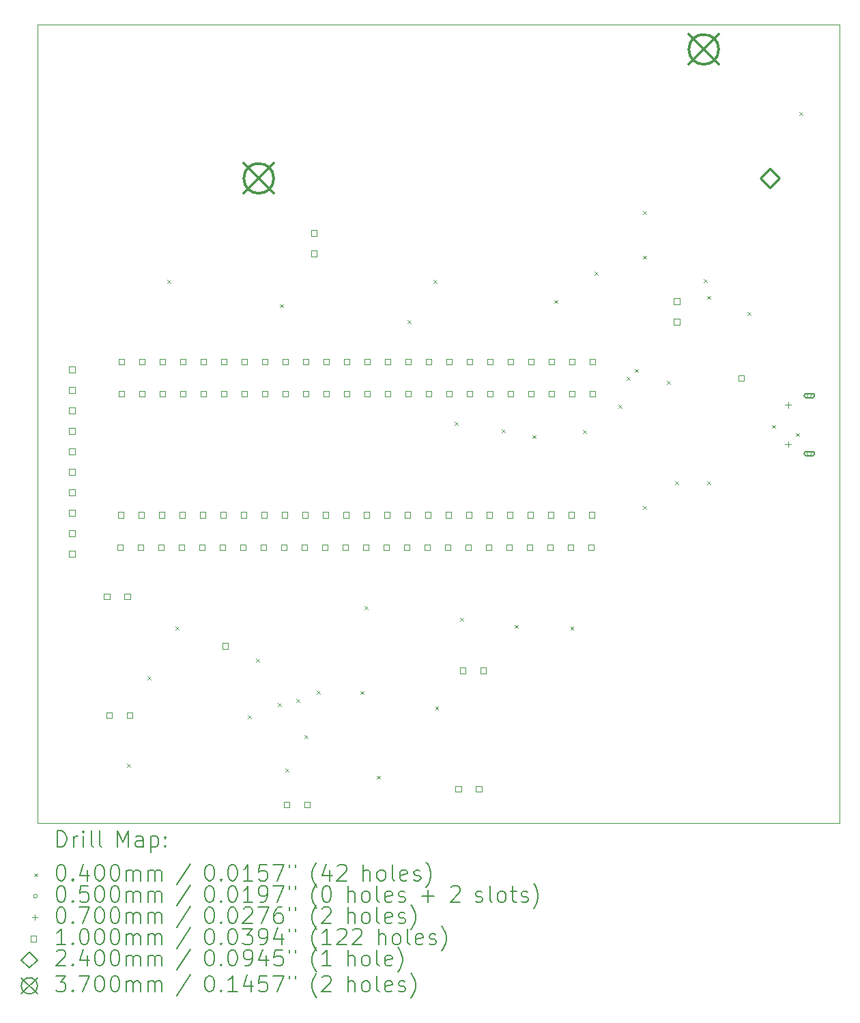
<source format=gbr>
%TF.GenerationSoftware,KiCad,Pcbnew,(7.0.0)*%
%TF.CreationDate,2023-03-21T09:13:53+02:00*%
%TF.ProjectId,HAT,4841542e-6b69-4636-9164-5f7063625858,rev?*%
%TF.SameCoordinates,Original*%
%TF.FileFunction,Drillmap*%
%TF.FilePolarity,Positive*%
%FSLAX45Y45*%
G04 Gerber Fmt 4.5, Leading zero omitted, Abs format (unit mm)*
G04 Created by KiCad (PCBNEW (7.0.0)) date 2023-03-21 09:13:53*
%MOMM*%
%LPD*%
G01*
G04 APERTURE LIST*
%ADD10C,0.100000*%
%ADD11C,0.200000*%
%ADD12C,0.040000*%
%ADD13C,0.050000*%
%ADD14C,0.070000*%
%ADD15C,0.240000*%
%ADD16C,0.370000*%
G04 APERTURE END LIST*
D10*
X9174480Y-1915160D02*
X19116040Y-1915160D01*
X19116040Y-1915160D02*
X19116040Y-11816080D01*
X19116040Y-11816080D02*
X9174480Y-11816080D01*
X9174480Y-11816080D02*
X9174480Y-1915160D01*
D11*
D12*
X10280000Y-11080000D02*
X10320000Y-11120000D01*
X10320000Y-11080000D02*
X10280000Y-11120000D01*
X10533500Y-9997504D02*
X10573500Y-10037504D01*
X10573500Y-9997504D02*
X10533500Y-10037504D01*
X10780000Y-5080000D02*
X10820000Y-5120000D01*
X10820000Y-5080000D02*
X10780000Y-5120000D01*
X10880000Y-9380000D02*
X10920000Y-9420000D01*
X10920000Y-9380000D02*
X10880000Y-9420000D01*
X11780000Y-10480000D02*
X11820000Y-10520000D01*
X11820000Y-10480000D02*
X11780000Y-10520000D01*
X11880000Y-9780000D02*
X11920000Y-9820000D01*
X11920000Y-9780000D02*
X11880000Y-9820000D01*
X12150030Y-10329920D02*
X12190030Y-10369920D01*
X12190030Y-10329920D02*
X12150030Y-10369920D01*
X12180000Y-5380000D02*
X12220000Y-5420000D01*
X12220000Y-5380000D02*
X12180000Y-5420000D01*
X12246674Y-11142000D02*
X12286674Y-11182000D01*
X12286674Y-11142000D02*
X12246674Y-11182000D01*
X12380000Y-10280000D02*
X12420000Y-10320000D01*
X12420000Y-10280000D02*
X12380000Y-10320000D01*
X12480000Y-10730000D02*
X12520000Y-10770000D01*
X12520000Y-10730000D02*
X12480000Y-10770000D01*
X12635000Y-10175013D02*
X12675000Y-10215013D01*
X12675000Y-10175013D02*
X12635000Y-10215013D01*
X13180000Y-10180000D02*
X13220000Y-10220000D01*
X13220000Y-10180000D02*
X13180000Y-10220000D01*
X13230000Y-9130000D02*
X13270000Y-9170000D01*
X13270000Y-9130000D02*
X13230000Y-9170000D01*
X13380000Y-11230000D02*
X13420000Y-11270000D01*
X13420000Y-11230000D02*
X13380000Y-11270000D01*
X13762500Y-5580000D02*
X13802500Y-5620000D01*
X13802500Y-5580000D02*
X13762500Y-5620000D01*
X14080000Y-5080000D02*
X14120000Y-5120000D01*
X14120000Y-5080000D02*
X14080000Y-5120000D01*
X14105000Y-10369992D02*
X14145000Y-10409992D01*
X14145000Y-10369992D02*
X14105000Y-10409992D01*
X14343700Y-6838000D02*
X14383700Y-6878000D01*
X14383700Y-6838000D02*
X14343700Y-6878000D01*
X14415000Y-9270000D02*
X14455000Y-9310000D01*
X14455000Y-9270000D02*
X14415000Y-9310000D01*
X14930000Y-6934150D02*
X14970000Y-6974150D01*
X14970000Y-6934150D02*
X14930000Y-6974150D01*
X15092500Y-9359992D02*
X15132500Y-9399992D01*
X15132500Y-9359992D02*
X15092500Y-9399992D01*
X15308900Y-7005450D02*
X15348900Y-7045450D01*
X15348900Y-7005450D02*
X15308900Y-7045450D01*
X15580000Y-5330000D02*
X15620000Y-5370000D01*
X15620000Y-5330000D02*
X15580000Y-5370000D01*
X15780000Y-9380000D02*
X15820000Y-9420000D01*
X15820000Y-9380000D02*
X15780000Y-9420000D01*
X15940045Y-6940045D02*
X15980045Y-6980045D01*
X15980045Y-6940045D02*
X15940045Y-6980045D01*
X16080000Y-4980000D02*
X16120000Y-5020000D01*
X16120000Y-4980000D02*
X16080000Y-5020000D01*
X16375000Y-6630000D02*
X16415000Y-6670000D01*
X16415000Y-6630000D02*
X16375000Y-6670000D01*
X16480000Y-6280000D02*
X16520000Y-6320000D01*
X16520000Y-6280000D02*
X16480000Y-6320000D01*
X16580000Y-6184950D02*
X16620000Y-6224950D01*
X16620000Y-6184950D02*
X16580000Y-6224950D01*
X16680000Y-4224437D02*
X16720000Y-4264437D01*
X16720000Y-4224437D02*
X16680000Y-4264437D01*
X16680000Y-4780000D02*
X16720000Y-4820000D01*
X16720000Y-4780000D02*
X16680000Y-4820000D01*
X16680000Y-7880000D02*
X16720000Y-7920000D01*
X16720000Y-7880000D02*
X16680000Y-7920000D01*
X16980000Y-6330000D02*
X17020000Y-6370000D01*
X17020000Y-6330000D02*
X16980000Y-6370000D01*
X17080000Y-7580000D02*
X17120000Y-7620000D01*
X17120000Y-7580000D02*
X17080000Y-7620000D01*
X17435478Y-5074522D02*
X17475478Y-5114522D01*
X17475478Y-5074522D02*
X17435478Y-5114522D01*
X17480000Y-5280000D02*
X17520000Y-5320000D01*
X17520000Y-5280000D02*
X17480000Y-5320000D01*
X17480000Y-7580000D02*
X17520000Y-7620000D01*
X17520000Y-7580000D02*
X17480000Y-7620000D01*
X17980000Y-5480000D02*
X18020000Y-5520000D01*
X18020000Y-5480000D02*
X17980000Y-5520000D01*
X18280000Y-6880000D02*
X18320000Y-6920000D01*
X18320000Y-6880000D02*
X18280000Y-6920000D01*
X18580000Y-6980000D02*
X18620000Y-7020000D01*
X18620000Y-6980000D02*
X18580000Y-7020000D01*
X18620000Y-3000000D02*
X18660000Y-3040000D01*
X18660000Y-3000000D02*
X18620000Y-3040000D01*
D13*
X18770280Y-6514520D02*
G75*
G03*
X18770280Y-6514520I-25000J0D01*
G01*
D11*
X18705280Y-6539520D02*
X18785280Y-6539520D01*
X18785280Y-6539520D02*
G75*
G03*
X18785280Y-6489520I0J25000D01*
G01*
X18785280Y-6489520D02*
X18705280Y-6489520D01*
X18705280Y-6489520D02*
G75*
G03*
X18705280Y-6539520I0J-25000D01*
G01*
D13*
X18770280Y-7234520D02*
G75*
G03*
X18770280Y-7234520I-25000J0D01*
G01*
D11*
X18705280Y-7259520D02*
X18785280Y-7259520D01*
X18785280Y-7259520D02*
G75*
G03*
X18785280Y-7209520I0J25000D01*
G01*
X18785280Y-7209520D02*
X18705280Y-7209520D01*
X18705280Y-7209520D02*
G75*
G03*
X18705280Y-7259520I0J-25000D01*
G01*
D14*
X18480280Y-6597020D02*
X18480280Y-6667020D01*
X18445280Y-6632020D02*
X18515280Y-6632020D01*
X18480280Y-7082020D02*
X18480280Y-7152020D01*
X18445280Y-7117020D02*
X18515280Y-7117020D01*
D10*
X9635356Y-6227356D02*
X9635356Y-6156644D01*
X9564644Y-6156644D01*
X9564644Y-6227356D01*
X9635356Y-6227356D01*
X9635356Y-6481356D02*
X9635356Y-6410644D01*
X9564644Y-6410644D01*
X9564644Y-6481356D01*
X9635356Y-6481356D01*
X9635356Y-6735356D02*
X9635356Y-6664644D01*
X9564644Y-6664644D01*
X9564644Y-6735356D01*
X9635356Y-6735356D01*
X9635356Y-6989356D02*
X9635356Y-6918644D01*
X9564644Y-6918644D01*
X9564644Y-6989356D01*
X9635356Y-6989356D01*
X9635356Y-7243356D02*
X9635356Y-7172644D01*
X9564644Y-7172644D01*
X9564644Y-7243356D01*
X9635356Y-7243356D01*
X9635356Y-7497356D02*
X9635356Y-7426644D01*
X9564644Y-7426644D01*
X9564644Y-7497356D01*
X9635356Y-7497356D01*
X9635356Y-7751356D02*
X9635356Y-7680644D01*
X9564644Y-7680644D01*
X9564644Y-7751356D01*
X9635356Y-7751356D01*
X9635356Y-8005356D02*
X9635356Y-7934644D01*
X9564644Y-7934644D01*
X9564644Y-8005356D01*
X9635356Y-8005356D01*
X9635356Y-8259356D02*
X9635356Y-8188644D01*
X9564644Y-8188644D01*
X9564644Y-8259356D01*
X9635356Y-8259356D01*
X9635356Y-8513356D02*
X9635356Y-8442644D01*
X9564644Y-8442644D01*
X9564644Y-8513356D01*
X9635356Y-8513356D01*
X10066356Y-9045356D02*
X10066356Y-8974644D01*
X9995644Y-8974644D01*
X9995644Y-9045356D01*
X10066356Y-9045356D01*
X10096356Y-10515356D02*
X10096356Y-10444644D01*
X10025644Y-10444644D01*
X10025644Y-10515356D01*
X10096356Y-10515356D01*
X10233356Y-8430356D02*
X10233356Y-8359644D01*
X10162644Y-8359644D01*
X10162644Y-8430356D01*
X10233356Y-8430356D01*
X10241356Y-8030356D02*
X10241356Y-7959644D01*
X10170644Y-7959644D01*
X10170644Y-8030356D01*
X10241356Y-8030356D01*
X10245356Y-6130356D02*
X10245356Y-6059644D01*
X10174644Y-6059644D01*
X10174644Y-6130356D01*
X10245356Y-6130356D01*
X10247356Y-6530356D02*
X10247356Y-6459644D01*
X10176644Y-6459644D01*
X10176644Y-6530356D01*
X10247356Y-6530356D01*
X10320356Y-9045356D02*
X10320356Y-8974644D01*
X10249644Y-8974644D01*
X10249644Y-9045356D01*
X10320356Y-9045356D01*
X10350356Y-10515356D02*
X10350356Y-10444644D01*
X10279644Y-10444644D01*
X10279644Y-10515356D01*
X10350356Y-10515356D01*
X10487356Y-8430356D02*
X10487356Y-8359644D01*
X10416644Y-8359644D01*
X10416644Y-8430356D01*
X10487356Y-8430356D01*
X10495356Y-8030356D02*
X10495356Y-7959644D01*
X10424644Y-7959644D01*
X10424644Y-8030356D01*
X10495356Y-8030356D01*
X10499356Y-6130356D02*
X10499356Y-6059644D01*
X10428644Y-6059644D01*
X10428644Y-6130356D01*
X10499356Y-6130356D01*
X10501356Y-6530356D02*
X10501356Y-6459644D01*
X10430644Y-6459644D01*
X10430644Y-6530356D01*
X10501356Y-6530356D01*
X10741356Y-8430356D02*
X10741356Y-8359644D01*
X10670644Y-8359644D01*
X10670644Y-8430356D01*
X10741356Y-8430356D01*
X10749356Y-8030356D02*
X10749356Y-7959644D01*
X10678644Y-7959644D01*
X10678644Y-8030356D01*
X10749356Y-8030356D01*
X10753356Y-6130356D02*
X10753356Y-6059644D01*
X10682644Y-6059644D01*
X10682644Y-6130356D01*
X10753356Y-6130356D01*
X10755356Y-6530356D02*
X10755356Y-6459644D01*
X10684644Y-6459644D01*
X10684644Y-6530356D01*
X10755356Y-6530356D01*
X10995356Y-8430356D02*
X10995356Y-8359644D01*
X10924644Y-8359644D01*
X10924644Y-8430356D01*
X10995356Y-8430356D01*
X11003356Y-8030356D02*
X11003356Y-7959644D01*
X10932644Y-7959644D01*
X10932644Y-8030356D01*
X11003356Y-8030356D01*
X11007356Y-6130356D02*
X11007356Y-6059644D01*
X10936644Y-6059644D01*
X10936644Y-6130356D01*
X11007356Y-6130356D01*
X11009356Y-6530356D02*
X11009356Y-6459644D01*
X10938644Y-6459644D01*
X10938644Y-6530356D01*
X11009356Y-6530356D01*
X11249356Y-8430356D02*
X11249356Y-8359644D01*
X11178644Y-8359644D01*
X11178644Y-8430356D01*
X11249356Y-8430356D01*
X11257356Y-8030356D02*
X11257356Y-7959644D01*
X11186644Y-7959644D01*
X11186644Y-8030356D01*
X11257356Y-8030356D01*
X11261356Y-6130356D02*
X11261356Y-6059644D01*
X11190644Y-6059644D01*
X11190644Y-6130356D01*
X11261356Y-6130356D01*
X11263356Y-6530356D02*
X11263356Y-6459644D01*
X11192644Y-6459644D01*
X11192644Y-6530356D01*
X11263356Y-6530356D01*
X11503356Y-8430356D02*
X11503356Y-8359644D01*
X11432644Y-8359644D01*
X11432644Y-8430356D01*
X11503356Y-8430356D01*
X11511356Y-8030356D02*
X11511356Y-7959644D01*
X11440644Y-7959644D01*
X11440644Y-8030356D01*
X11511356Y-8030356D01*
X11515356Y-6130356D02*
X11515356Y-6059644D01*
X11444644Y-6059644D01*
X11444644Y-6130356D01*
X11515356Y-6130356D01*
X11517356Y-6530356D02*
X11517356Y-6459644D01*
X11446644Y-6459644D01*
X11446644Y-6530356D01*
X11517356Y-6530356D01*
X11535356Y-9656606D02*
X11535356Y-9585894D01*
X11464644Y-9585894D01*
X11464644Y-9656606D01*
X11535356Y-9656606D01*
X11757356Y-8430356D02*
X11757356Y-8359644D01*
X11686644Y-8359644D01*
X11686644Y-8430356D01*
X11757356Y-8430356D01*
X11765356Y-8030356D02*
X11765356Y-7959644D01*
X11694644Y-7959644D01*
X11694644Y-8030356D01*
X11765356Y-8030356D01*
X11769356Y-6130356D02*
X11769356Y-6059644D01*
X11698644Y-6059644D01*
X11698644Y-6130356D01*
X11769356Y-6130356D01*
X11771356Y-6530356D02*
X11771356Y-6459644D01*
X11700644Y-6459644D01*
X11700644Y-6530356D01*
X11771356Y-6530356D01*
X12011356Y-8430356D02*
X12011356Y-8359644D01*
X11940644Y-8359644D01*
X11940644Y-8430356D01*
X12011356Y-8430356D01*
X12019356Y-8030356D02*
X12019356Y-7959644D01*
X11948644Y-7959644D01*
X11948644Y-8030356D01*
X12019356Y-8030356D01*
X12023356Y-6130356D02*
X12023356Y-6059644D01*
X11952644Y-6059644D01*
X11952644Y-6130356D01*
X12023356Y-6130356D01*
X12025356Y-6530356D02*
X12025356Y-6459644D01*
X11954644Y-6459644D01*
X11954644Y-6530356D01*
X12025356Y-6530356D01*
X12265356Y-8430356D02*
X12265356Y-8359644D01*
X12194644Y-8359644D01*
X12194644Y-8430356D01*
X12265356Y-8430356D01*
X12273356Y-8030356D02*
X12273356Y-7959644D01*
X12202644Y-7959644D01*
X12202644Y-8030356D01*
X12273356Y-8030356D01*
X12277356Y-6130356D02*
X12277356Y-6059644D01*
X12206644Y-6059644D01*
X12206644Y-6130356D01*
X12277356Y-6130356D01*
X12279356Y-6530356D02*
X12279356Y-6459644D01*
X12208644Y-6459644D01*
X12208644Y-6530356D01*
X12279356Y-6530356D01*
X12295530Y-11627356D02*
X12295530Y-11556644D01*
X12224819Y-11556644D01*
X12224819Y-11627356D01*
X12295530Y-11627356D01*
X12519356Y-8430356D02*
X12519356Y-8359644D01*
X12448644Y-8359644D01*
X12448644Y-8430356D01*
X12519356Y-8430356D01*
X12527356Y-8030356D02*
X12527356Y-7959644D01*
X12456644Y-7959644D01*
X12456644Y-8030356D01*
X12527356Y-8030356D01*
X12531356Y-6130356D02*
X12531356Y-6059644D01*
X12460644Y-6059644D01*
X12460644Y-6130356D01*
X12531356Y-6130356D01*
X12533356Y-6530356D02*
X12533356Y-6459644D01*
X12462644Y-6459644D01*
X12462644Y-6530356D01*
X12533356Y-6530356D01*
X12549530Y-11627356D02*
X12549530Y-11556644D01*
X12478819Y-11556644D01*
X12478819Y-11627356D01*
X12549530Y-11627356D01*
X12635356Y-4535356D02*
X12635356Y-4464644D01*
X12564644Y-4464644D01*
X12564644Y-4535356D01*
X12635356Y-4535356D01*
X12635356Y-4789356D02*
X12635356Y-4718644D01*
X12564644Y-4718644D01*
X12564644Y-4789356D01*
X12635356Y-4789356D01*
X12773356Y-8430356D02*
X12773356Y-8359644D01*
X12702644Y-8359644D01*
X12702644Y-8430356D01*
X12773356Y-8430356D01*
X12781356Y-8030356D02*
X12781356Y-7959644D01*
X12710644Y-7959644D01*
X12710644Y-8030356D01*
X12781356Y-8030356D01*
X12785356Y-6130356D02*
X12785356Y-6059644D01*
X12714644Y-6059644D01*
X12714644Y-6130356D01*
X12785356Y-6130356D01*
X12787356Y-6530356D02*
X12787356Y-6459644D01*
X12716644Y-6459644D01*
X12716644Y-6530356D01*
X12787356Y-6530356D01*
X13027356Y-8430356D02*
X13027356Y-8359644D01*
X12956644Y-8359644D01*
X12956644Y-8430356D01*
X13027356Y-8430356D01*
X13035356Y-8030356D02*
X13035356Y-7959644D01*
X12964644Y-7959644D01*
X12964644Y-8030356D01*
X13035356Y-8030356D01*
X13039356Y-6130356D02*
X13039356Y-6059644D01*
X12968644Y-6059644D01*
X12968644Y-6130356D01*
X13039356Y-6130356D01*
X13041356Y-6530356D02*
X13041356Y-6459644D01*
X12970644Y-6459644D01*
X12970644Y-6530356D01*
X13041356Y-6530356D01*
X13281356Y-8430356D02*
X13281356Y-8359644D01*
X13210644Y-8359644D01*
X13210644Y-8430356D01*
X13281356Y-8430356D01*
X13289356Y-8030356D02*
X13289356Y-7959644D01*
X13218644Y-7959644D01*
X13218644Y-8030356D01*
X13289356Y-8030356D01*
X13293356Y-6130356D02*
X13293356Y-6059644D01*
X13222644Y-6059644D01*
X13222644Y-6130356D01*
X13293356Y-6130356D01*
X13295356Y-6530356D02*
X13295356Y-6459644D01*
X13224644Y-6459644D01*
X13224644Y-6530356D01*
X13295356Y-6530356D01*
X13535356Y-8430356D02*
X13535356Y-8359644D01*
X13464644Y-8359644D01*
X13464644Y-8430356D01*
X13535356Y-8430356D01*
X13543356Y-8030356D02*
X13543356Y-7959644D01*
X13472644Y-7959644D01*
X13472644Y-8030356D01*
X13543356Y-8030356D01*
X13547356Y-6130356D02*
X13547356Y-6059644D01*
X13476644Y-6059644D01*
X13476644Y-6130356D01*
X13547356Y-6130356D01*
X13549356Y-6530356D02*
X13549356Y-6459644D01*
X13478644Y-6459644D01*
X13478644Y-6530356D01*
X13549356Y-6530356D01*
X13789356Y-8430356D02*
X13789356Y-8359644D01*
X13718644Y-8359644D01*
X13718644Y-8430356D01*
X13789356Y-8430356D01*
X13797356Y-8030356D02*
X13797356Y-7959644D01*
X13726644Y-7959644D01*
X13726644Y-8030356D01*
X13797356Y-8030356D01*
X13801356Y-6130356D02*
X13801356Y-6059644D01*
X13730644Y-6059644D01*
X13730644Y-6130356D01*
X13801356Y-6130356D01*
X13803356Y-6530356D02*
X13803356Y-6459644D01*
X13732644Y-6459644D01*
X13732644Y-6530356D01*
X13803356Y-6530356D01*
X14043356Y-8430356D02*
X14043356Y-8359644D01*
X13972644Y-8359644D01*
X13972644Y-8430356D01*
X14043356Y-8430356D01*
X14051356Y-8030356D02*
X14051356Y-7959644D01*
X13980644Y-7959644D01*
X13980644Y-8030356D01*
X14051356Y-8030356D01*
X14055356Y-6130356D02*
X14055356Y-6059644D01*
X13984644Y-6059644D01*
X13984644Y-6130356D01*
X14055356Y-6130356D01*
X14057356Y-6530356D02*
X14057356Y-6459644D01*
X13986644Y-6459644D01*
X13986644Y-6530356D01*
X14057356Y-6530356D01*
X14297356Y-8430356D02*
X14297356Y-8359644D01*
X14226644Y-8359644D01*
X14226644Y-8430356D01*
X14297356Y-8430356D01*
X14305356Y-8030356D02*
X14305356Y-7959644D01*
X14234644Y-7959644D01*
X14234644Y-8030356D01*
X14305356Y-8030356D01*
X14309356Y-6130356D02*
X14309356Y-6059644D01*
X14238644Y-6059644D01*
X14238644Y-6130356D01*
X14309356Y-6130356D01*
X14311356Y-6530356D02*
X14311356Y-6459644D01*
X14240644Y-6459644D01*
X14240644Y-6530356D01*
X14311356Y-6530356D01*
X14426356Y-11427848D02*
X14426356Y-11357137D01*
X14355644Y-11357137D01*
X14355644Y-11427848D01*
X14426356Y-11427848D01*
X14482856Y-9960352D02*
X14482856Y-9889641D01*
X14412144Y-9889641D01*
X14412144Y-9960352D01*
X14482856Y-9960352D01*
X14551356Y-8430356D02*
X14551356Y-8359644D01*
X14480644Y-8359644D01*
X14480644Y-8430356D01*
X14551356Y-8430356D01*
X14559356Y-8030356D02*
X14559356Y-7959644D01*
X14488644Y-7959644D01*
X14488644Y-8030356D01*
X14559356Y-8030356D01*
X14563356Y-6130356D02*
X14563356Y-6059644D01*
X14492644Y-6059644D01*
X14492644Y-6130356D01*
X14563356Y-6130356D01*
X14565356Y-6530356D02*
X14565356Y-6459644D01*
X14494644Y-6459644D01*
X14494644Y-6530356D01*
X14565356Y-6530356D01*
X14680356Y-11427848D02*
X14680356Y-11357137D01*
X14609644Y-11357137D01*
X14609644Y-11427848D01*
X14680356Y-11427848D01*
X14736856Y-9960352D02*
X14736856Y-9889641D01*
X14666144Y-9889641D01*
X14666144Y-9960352D01*
X14736856Y-9960352D01*
X14805356Y-8430356D02*
X14805356Y-8359644D01*
X14734644Y-8359644D01*
X14734644Y-8430356D01*
X14805356Y-8430356D01*
X14813356Y-8030356D02*
X14813356Y-7959644D01*
X14742644Y-7959644D01*
X14742644Y-8030356D01*
X14813356Y-8030356D01*
X14817356Y-6130356D02*
X14817356Y-6059644D01*
X14746644Y-6059644D01*
X14746644Y-6130356D01*
X14817356Y-6130356D01*
X14819356Y-6530356D02*
X14819356Y-6459644D01*
X14748644Y-6459644D01*
X14748644Y-6530356D01*
X14819356Y-6530356D01*
X15059356Y-8430356D02*
X15059356Y-8359644D01*
X14988644Y-8359644D01*
X14988644Y-8430356D01*
X15059356Y-8430356D01*
X15067356Y-8030356D02*
X15067356Y-7959644D01*
X14996644Y-7959644D01*
X14996644Y-8030356D01*
X15067356Y-8030356D01*
X15071356Y-6130356D02*
X15071356Y-6059644D01*
X15000644Y-6059644D01*
X15000644Y-6130356D01*
X15071356Y-6130356D01*
X15073356Y-6530356D02*
X15073356Y-6459644D01*
X15002644Y-6459644D01*
X15002644Y-6530356D01*
X15073356Y-6530356D01*
X15313356Y-8430356D02*
X15313356Y-8359644D01*
X15242644Y-8359644D01*
X15242644Y-8430356D01*
X15313356Y-8430356D01*
X15321356Y-8030356D02*
X15321356Y-7959644D01*
X15250644Y-7959644D01*
X15250644Y-8030356D01*
X15321356Y-8030356D01*
X15325356Y-6130356D02*
X15325356Y-6059644D01*
X15254644Y-6059644D01*
X15254644Y-6130356D01*
X15325356Y-6130356D01*
X15327356Y-6530356D02*
X15327356Y-6459644D01*
X15256644Y-6459644D01*
X15256644Y-6530356D01*
X15327356Y-6530356D01*
X15567356Y-8430356D02*
X15567356Y-8359644D01*
X15496644Y-8359644D01*
X15496644Y-8430356D01*
X15567356Y-8430356D01*
X15575356Y-8030356D02*
X15575356Y-7959644D01*
X15504644Y-7959644D01*
X15504644Y-8030356D01*
X15575356Y-8030356D01*
X15579356Y-6130356D02*
X15579356Y-6059644D01*
X15508644Y-6059644D01*
X15508644Y-6130356D01*
X15579356Y-6130356D01*
X15581356Y-6530356D02*
X15581356Y-6459644D01*
X15510644Y-6459644D01*
X15510644Y-6530356D01*
X15581356Y-6530356D01*
X15821356Y-8430356D02*
X15821356Y-8359644D01*
X15750644Y-8359644D01*
X15750644Y-8430356D01*
X15821356Y-8430356D01*
X15829356Y-8030356D02*
X15829356Y-7959644D01*
X15758644Y-7959644D01*
X15758644Y-8030356D01*
X15829356Y-8030356D01*
X15833356Y-6130356D02*
X15833356Y-6059644D01*
X15762644Y-6059644D01*
X15762644Y-6130356D01*
X15833356Y-6130356D01*
X15835356Y-6530356D02*
X15835356Y-6459644D01*
X15764644Y-6459644D01*
X15764644Y-6530356D01*
X15835356Y-6530356D01*
X16075356Y-8430356D02*
X16075356Y-8359644D01*
X16004644Y-8359644D01*
X16004644Y-8430356D01*
X16075356Y-8430356D01*
X16083356Y-8030356D02*
X16083356Y-7959644D01*
X16012644Y-7959644D01*
X16012644Y-8030356D01*
X16083356Y-8030356D01*
X16087356Y-6130356D02*
X16087356Y-6059644D01*
X16016644Y-6059644D01*
X16016644Y-6130356D01*
X16087356Y-6130356D01*
X16089356Y-6530356D02*
X16089356Y-6459644D01*
X16018644Y-6459644D01*
X16018644Y-6530356D01*
X16089356Y-6530356D01*
X17135356Y-5381356D02*
X17135356Y-5310644D01*
X17064644Y-5310644D01*
X17064644Y-5381356D01*
X17135356Y-5381356D01*
X17135356Y-5635356D02*
X17135356Y-5564644D01*
X17064644Y-5564644D01*
X17064644Y-5635356D01*
X17135356Y-5635356D01*
X17935356Y-6335356D02*
X17935356Y-6264644D01*
X17864644Y-6264644D01*
X17864644Y-6335356D01*
X17935356Y-6335356D01*
D15*
X18257000Y-3940000D02*
X18377000Y-3820000D01*
X18257000Y-3700000D01*
X18137000Y-3820000D01*
X18257000Y-3940000D01*
D16*
X11730000Y-3635000D02*
X12100000Y-4005000D01*
X12100000Y-3635000D02*
X11730000Y-4005000D01*
X12100000Y-3820000D02*
G75*
G03*
X12100000Y-3820000I-185000J0D01*
G01*
X17250000Y-2035000D02*
X17620000Y-2405000D01*
X17620000Y-2035000D02*
X17250000Y-2405000D01*
X17620000Y-2220000D02*
G75*
G03*
X17620000Y-2220000I-185000J0D01*
G01*
D11*
X9417099Y-12114556D02*
X9417099Y-11914556D01*
X9417099Y-11914556D02*
X9464718Y-11914556D01*
X9464718Y-11914556D02*
X9493290Y-11924080D01*
X9493290Y-11924080D02*
X9512337Y-11943128D01*
X9512337Y-11943128D02*
X9521861Y-11962175D01*
X9521861Y-11962175D02*
X9531385Y-12000270D01*
X9531385Y-12000270D02*
X9531385Y-12028842D01*
X9531385Y-12028842D02*
X9521861Y-12066937D01*
X9521861Y-12066937D02*
X9512337Y-12085985D01*
X9512337Y-12085985D02*
X9493290Y-12105032D01*
X9493290Y-12105032D02*
X9464718Y-12114556D01*
X9464718Y-12114556D02*
X9417099Y-12114556D01*
X9617099Y-12114556D02*
X9617099Y-11981223D01*
X9617099Y-12019318D02*
X9626623Y-12000270D01*
X9626623Y-12000270D02*
X9636147Y-11990747D01*
X9636147Y-11990747D02*
X9655194Y-11981223D01*
X9655194Y-11981223D02*
X9674242Y-11981223D01*
X9740909Y-12114556D02*
X9740909Y-11981223D01*
X9740909Y-11914556D02*
X9731385Y-11924080D01*
X9731385Y-11924080D02*
X9740909Y-11933604D01*
X9740909Y-11933604D02*
X9750432Y-11924080D01*
X9750432Y-11924080D02*
X9740909Y-11914556D01*
X9740909Y-11914556D02*
X9740909Y-11933604D01*
X9864718Y-12114556D02*
X9845670Y-12105032D01*
X9845670Y-12105032D02*
X9836147Y-12085985D01*
X9836147Y-12085985D02*
X9836147Y-11914556D01*
X9969480Y-12114556D02*
X9950432Y-12105032D01*
X9950432Y-12105032D02*
X9940909Y-12085985D01*
X9940909Y-12085985D02*
X9940909Y-11914556D01*
X10165670Y-12114556D02*
X10165670Y-11914556D01*
X10165670Y-11914556D02*
X10232337Y-12057413D01*
X10232337Y-12057413D02*
X10299004Y-11914556D01*
X10299004Y-11914556D02*
X10299004Y-12114556D01*
X10479956Y-12114556D02*
X10479956Y-12009794D01*
X10479956Y-12009794D02*
X10470432Y-11990747D01*
X10470432Y-11990747D02*
X10451385Y-11981223D01*
X10451385Y-11981223D02*
X10413289Y-11981223D01*
X10413289Y-11981223D02*
X10394242Y-11990747D01*
X10479956Y-12105032D02*
X10460909Y-12114556D01*
X10460909Y-12114556D02*
X10413289Y-12114556D01*
X10413289Y-12114556D02*
X10394242Y-12105032D01*
X10394242Y-12105032D02*
X10384718Y-12085985D01*
X10384718Y-12085985D02*
X10384718Y-12066937D01*
X10384718Y-12066937D02*
X10394242Y-12047889D01*
X10394242Y-12047889D02*
X10413289Y-12038366D01*
X10413289Y-12038366D02*
X10460909Y-12038366D01*
X10460909Y-12038366D02*
X10479956Y-12028842D01*
X10575194Y-11981223D02*
X10575194Y-12181223D01*
X10575194Y-11990747D02*
X10594242Y-11981223D01*
X10594242Y-11981223D02*
X10632337Y-11981223D01*
X10632337Y-11981223D02*
X10651385Y-11990747D01*
X10651385Y-11990747D02*
X10660909Y-12000270D01*
X10660909Y-12000270D02*
X10670432Y-12019318D01*
X10670432Y-12019318D02*
X10670432Y-12076461D01*
X10670432Y-12076461D02*
X10660909Y-12095508D01*
X10660909Y-12095508D02*
X10651385Y-12105032D01*
X10651385Y-12105032D02*
X10632337Y-12114556D01*
X10632337Y-12114556D02*
X10594242Y-12114556D01*
X10594242Y-12114556D02*
X10575194Y-12105032D01*
X10756147Y-12095508D02*
X10765670Y-12105032D01*
X10765670Y-12105032D02*
X10756147Y-12114556D01*
X10756147Y-12114556D02*
X10746623Y-12105032D01*
X10746623Y-12105032D02*
X10756147Y-12095508D01*
X10756147Y-12095508D02*
X10756147Y-12114556D01*
X10756147Y-11990747D02*
X10765670Y-12000270D01*
X10765670Y-12000270D02*
X10756147Y-12009794D01*
X10756147Y-12009794D02*
X10746623Y-12000270D01*
X10746623Y-12000270D02*
X10756147Y-11990747D01*
X10756147Y-11990747D02*
X10756147Y-12009794D01*
D12*
X9129480Y-12441080D02*
X9169480Y-12481080D01*
X9169480Y-12441080D02*
X9129480Y-12481080D01*
D11*
X9455194Y-12334556D02*
X9474242Y-12334556D01*
X9474242Y-12334556D02*
X9493290Y-12344080D01*
X9493290Y-12344080D02*
X9502813Y-12353604D01*
X9502813Y-12353604D02*
X9512337Y-12372651D01*
X9512337Y-12372651D02*
X9521861Y-12410747D01*
X9521861Y-12410747D02*
X9521861Y-12458366D01*
X9521861Y-12458366D02*
X9512337Y-12496461D01*
X9512337Y-12496461D02*
X9502813Y-12515508D01*
X9502813Y-12515508D02*
X9493290Y-12525032D01*
X9493290Y-12525032D02*
X9474242Y-12534556D01*
X9474242Y-12534556D02*
X9455194Y-12534556D01*
X9455194Y-12534556D02*
X9436147Y-12525032D01*
X9436147Y-12525032D02*
X9426623Y-12515508D01*
X9426623Y-12515508D02*
X9417099Y-12496461D01*
X9417099Y-12496461D02*
X9407575Y-12458366D01*
X9407575Y-12458366D02*
X9407575Y-12410747D01*
X9407575Y-12410747D02*
X9417099Y-12372651D01*
X9417099Y-12372651D02*
X9426623Y-12353604D01*
X9426623Y-12353604D02*
X9436147Y-12344080D01*
X9436147Y-12344080D02*
X9455194Y-12334556D01*
X9607575Y-12515508D02*
X9617099Y-12525032D01*
X9617099Y-12525032D02*
X9607575Y-12534556D01*
X9607575Y-12534556D02*
X9598051Y-12525032D01*
X9598051Y-12525032D02*
X9607575Y-12515508D01*
X9607575Y-12515508D02*
X9607575Y-12534556D01*
X9788528Y-12401223D02*
X9788528Y-12534556D01*
X9740909Y-12325032D02*
X9693290Y-12467889D01*
X9693290Y-12467889D02*
X9817099Y-12467889D01*
X9931385Y-12334556D02*
X9950432Y-12334556D01*
X9950432Y-12334556D02*
X9969480Y-12344080D01*
X9969480Y-12344080D02*
X9979004Y-12353604D01*
X9979004Y-12353604D02*
X9988528Y-12372651D01*
X9988528Y-12372651D02*
X9998051Y-12410747D01*
X9998051Y-12410747D02*
X9998051Y-12458366D01*
X9998051Y-12458366D02*
X9988528Y-12496461D01*
X9988528Y-12496461D02*
X9979004Y-12515508D01*
X9979004Y-12515508D02*
X9969480Y-12525032D01*
X9969480Y-12525032D02*
X9950432Y-12534556D01*
X9950432Y-12534556D02*
X9931385Y-12534556D01*
X9931385Y-12534556D02*
X9912337Y-12525032D01*
X9912337Y-12525032D02*
X9902813Y-12515508D01*
X9902813Y-12515508D02*
X9893290Y-12496461D01*
X9893290Y-12496461D02*
X9883766Y-12458366D01*
X9883766Y-12458366D02*
X9883766Y-12410747D01*
X9883766Y-12410747D02*
X9893290Y-12372651D01*
X9893290Y-12372651D02*
X9902813Y-12353604D01*
X9902813Y-12353604D02*
X9912337Y-12344080D01*
X9912337Y-12344080D02*
X9931385Y-12334556D01*
X10121861Y-12334556D02*
X10140909Y-12334556D01*
X10140909Y-12334556D02*
X10159956Y-12344080D01*
X10159956Y-12344080D02*
X10169480Y-12353604D01*
X10169480Y-12353604D02*
X10179004Y-12372651D01*
X10179004Y-12372651D02*
X10188528Y-12410747D01*
X10188528Y-12410747D02*
X10188528Y-12458366D01*
X10188528Y-12458366D02*
X10179004Y-12496461D01*
X10179004Y-12496461D02*
X10169480Y-12515508D01*
X10169480Y-12515508D02*
X10159956Y-12525032D01*
X10159956Y-12525032D02*
X10140909Y-12534556D01*
X10140909Y-12534556D02*
X10121861Y-12534556D01*
X10121861Y-12534556D02*
X10102813Y-12525032D01*
X10102813Y-12525032D02*
X10093290Y-12515508D01*
X10093290Y-12515508D02*
X10083766Y-12496461D01*
X10083766Y-12496461D02*
X10074242Y-12458366D01*
X10074242Y-12458366D02*
X10074242Y-12410747D01*
X10074242Y-12410747D02*
X10083766Y-12372651D01*
X10083766Y-12372651D02*
X10093290Y-12353604D01*
X10093290Y-12353604D02*
X10102813Y-12344080D01*
X10102813Y-12344080D02*
X10121861Y-12334556D01*
X10274242Y-12534556D02*
X10274242Y-12401223D01*
X10274242Y-12420270D02*
X10283766Y-12410747D01*
X10283766Y-12410747D02*
X10302813Y-12401223D01*
X10302813Y-12401223D02*
X10331385Y-12401223D01*
X10331385Y-12401223D02*
X10350432Y-12410747D01*
X10350432Y-12410747D02*
X10359956Y-12429794D01*
X10359956Y-12429794D02*
X10359956Y-12534556D01*
X10359956Y-12429794D02*
X10369480Y-12410747D01*
X10369480Y-12410747D02*
X10388528Y-12401223D01*
X10388528Y-12401223D02*
X10417099Y-12401223D01*
X10417099Y-12401223D02*
X10436147Y-12410747D01*
X10436147Y-12410747D02*
X10445671Y-12429794D01*
X10445671Y-12429794D02*
X10445671Y-12534556D01*
X10540909Y-12534556D02*
X10540909Y-12401223D01*
X10540909Y-12420270D02*
X10550432Y-12410747D01*
X10550432Y-12410747D02*
X10569480Y-12401223D01*
X10569480Y-12401223D02*
X10598052Y-12401223D01*
X10598052Y-12401223D02*
X10617099Y-12410747D01*
X10617099Y-12410747D02*
X10626623Y-12429794D01*
X10626623Y-12429794D02*
X10626623Y-12534556D01*
X10626623Y-12429794D02*
X10636147Y-12410747D01*
X10636147Y-12410747D02*
X10655194Y-12401223D01*
X10655194Y-12401223D02*
X10683766Y-12401223D01*
X10683766Y-12401223D02*
X10702813Y-12410747D01*
X10702813Y-12410747D02*
X10712337Y-12429794D01*
X10712337Y-12429794D02*
X10712337Y-12534556D01*
X11070432Y-12325032D02*
X10899004Y-12582175D01*
X11295194Y-12334556D02*
X11314242Y-12334556D01*
X11314242Y-12334556D02*
X11333290Y-12344080D01*
X11333290Y-12344080D02*
X11342813Y-12353604D01*
X11342813Y-12353604D02*
X11352337Y-12372651D01*
X11352337Y-12372651D02*
X11361861Y-12410747D01*
X11361861Y-12410747D02*
X11361861Y-12458366D01*
X11361861Y-12458366D02*
X11352337Y-12496461D01*
X11352337Y-12496461D02*
X11342813Y-12515508D01*
X11342813Y-12515508D02*
X11333290Y-12525032D01*
X11333290Y-12525032D02*
X11314242Y-12534556D01*
X11314242Y-12534556D02*
X11295194Y-12534556D01*
X11295194Y-12534556D02*
X11276147Y-12525032D01*
X11276147Y-12525032D02*
X11266623Y-12515508D01*
X11266623Y-12515508D02*
X11257099Y-12496461D01*
X11257099Y-12496461D02*
X11247575Y-12458366D01*
X11247575Y-12458366D02*
X11247575Y-12410747D01*
X11247575Y-12410747D02*
X11257099Y-12372651D01*
X11257099Y-12372651D02*
X11266623Y-12353604D01*
X11266623Y-12353604D02*
X11276147Y-12344080D01*
X11276147Y-12344080D02*
X11295194Y-12334556D01*
X11447575Y-12515508D02*
X11457099Y-12525032D01*
X11457099Y-12525032D02*
X11447575Y-12534556D01*
X11447575Y-12534556D02*
X11438051Y-12525032D01*
X11438051Y-12525032D02*
X11447575Y-12515508D01*
X11447575Y-12515508D02*
X11447575Y-12534556D01*
X11580909Y-12334556D02*
X11599956Y-12334556D01*
X11599956Y-12334556D02*
X11619004Y-12344080D01*
X11619004Y-12344080D02*
X11628528Y-12353604D01*
X11628528Y-12353604D02*
X11638051Y-12372651D01*
X11638051Y-12372651D02*
X11647575Y-12410747D01*
X11647575Y-12410747D02*
X11647575Y-12458366D01*
X11647575Y-12458366D02*
X11638051Y-12496461D01*
X11638051Y-12496461D02*
X11628528Y-12515508D01*
X11628528Y-12515508D02*
X11619004Y-12525032D01*
X11619004Y-12525032D02*
X11599956Y-12534556D01*
X11599956Y-12534556D02*
X11580909Y-12534556D01*
X11580909Y-12534556D02*
X11561861Y-12525032D01*
X11561861Y-12525032D02*
X11552337Y-12515508D01*
X11552337Y-12515508D02*
X11542813Y-12496461D01*
X11542813Y-12496461D02*
X11533290Y-12458366D01*
X11533290Y-12458366D02*
X11533290Y-12410747D01*
X11533290Y-12410747D02*
X11542813Y-12372651D01*
X11542813Y-12372651D02*
X11552337Y-12353604D01*
X11552337Y-12353604D02*
X11561861Y-12344080D01*
X11561861Y-12344080D02*
X11580909Y-12334556D01*
X11838051Y-12534556D02*
X11723766Y-12534556D01*
X11780909Y-12534556D02*
X11780909Y-12334556D01*
X11780909Y-12334556D02*
X11761861Y-12363128D01*
X11761861Y-12363128D02*
X11742813Y-12382175D01*
X11742813Y-12382175D02*
X11723766Y-12391699D01*
X12019004Y-12334556D02*
X11923766Y-12334556D01*
X11923766Y-12334556D02*
X11914242Y-12429794D01*
X11914242Y-12429794D02*
X11923766Y-12420270D01*
X11923766Y-12420270D02*
X11942813Y-12410747D01*
X11942813Y-12410747D02*
X11990432Y-12410747D01*
X11990432Y-12410747D02*
X12009480Y-12420270D01*
X12009480Y-12420270D02*
X12019004Y-12429794D01*
X12019004Y-12429794D02*
X12028528Y-12448842D01*
X12028528Y-12448842D02*
X12028528Y-12496461D01*
X12028528Y-12496461D02*
X12019004Y-12515508D01*
X12019004Y-12515508D02*
X12009480Y-12525032D01*
X12009480Y-12525032D02*
X11990432Y-12534556D01*
X11990432Y-12534556D02*
X11942813Y-12534556D01*
X11942813Y-12534556D02*
X11923766Y-12525032D01*
X11923766Y-12525032D02*
X11914242Y-12515508D01*
X12095194Y-12334556D02*
X12228528Y-12334556D01*
X12228528Y-12334556D02*
X12142813Y-12534556D01*
X12295194Y-12334556D02*
X12295194Y-12372651D01*
X12371385Y-12334556D02*
X12371385Y-12372651D01*
X12634242Y-12610747D02*
X12624718Y-12601223D01*
X12624718Y-12601223D02*
X12605671Y-12572651D01*
X12605671Y-12572651D02*
X12596147Y-12553604D01*
X12596147Y-12553604D02*
X12586623Y-12525032D01*
X12586623Y-12525032D02*
X12577099Y-12477413D01*
X12577099Y-12477413D02*
X12577099Y-12439318D01*
X12577099Y-12439318D02*
X12586623Y-12391699D01*
X12586623Y-12391699D02*
X12596147Y-12363128D01*
X12596147Y-12363128D02*
X12605671Y-12344080D01*
X12605671Y-12344080D02*
X12624718Y-12315508D01*
X12624718Y-12315508D02*
X12634242Y-12305985D01*
X12796147Y-12401223D02*
X12796147Y-12534556D01*
X12748528Y-12325032D02*
X12700909Y-12467889D01*
X12700909Y-12467889D02*
X12824718Y-12467889D01*
X12891385Y-12353604D02*
X12900909Y-12344080D01*
X12900909Y-12344080D02*
X12919956Y-12334556D01*
X12919956Y-12334556D02*
X12967575Y-12334556D01*
X12967575Y-12334556D02*
X12986623Y-12344080D01*
X12986623Y-12344080D02*
X12996147Y-12353604D01*
X12996147Y-12353604D02*
X13005671Y-12372651D01*
X13005671Y-12372651D02*
X13005671Y-12391699D01*
X13005671Y-12391699D02*
X12996147Y-12420270D01*
X12996147Y-12420270D02*
X12881861Y-12534556D01*
X12881861Y-12534556D02*
X13005671Y-12534556D01*
X13211385Y-12534556D02*
X13211385Y-12334556D01*
X13297099Y-12534556D02*
X13297099Y-12429794D01*
X13297099Y-12429794D02*
X13287575Y-12410747D01*
X13287575Y-12410747D02*
X13268528Y-12401223D01*
X13268528Y-12401223D02*
X13239956Y-12401223D01*
X13239956Y-12401223D02*
X13220909Y-12410747D01*
X13220909Y-12410747D02*
X13211385Y-12420270D01*
X13420909Y-12534556D02*
X13401861Y-12525032D01*
X13401861Y-12525032D02*
X13392337Y-12515508D01*
X13392337Y-12515508D02*
X13382813Y-12496461D01*
X13382813Y-12496461D02*
X13382813Y-12439318D01*
X13382813Y-12439318D02*
X13392337Y-12420270D01*
X13392337Y-12420270D02*
X13401861Y-12410747D01*
X13401861Y-12410747D02*
X13420909Y-12401223D01*
X13420909Y-12401223D02*
X13449480Y-12401223D01*
X13449480Y-12401223D02*
X13468528Y-12410747D01*
X13468528Y-12410747D02*
X13478052Y-12420270D01*
X13478052Y-12420270D02*
X13487575Y-12439318D01*
X13487575Y-12439318D02*
X13487575Y-12496461D01*
X13487575Y-12496461D02*
X13478052Y-12515508D01*
X13478052Y-12515508D02*
X13468528Y-12525032D01*
X13468528Y-12525032D02*
X13449480Y-12534556D01*
X13449480Y-12534556D02*
X13420909Y-12534556D01*
X13601861Y-12534556D02*
X13582813Y-12525032D01*
X13582813Y-12525032D02*
X13573290Y-12505985D01*
X13573290Y-12505985D02*
X13573290Y-12334556D01*
X13754242Y-12525032D02*
X13735194Y-12534556D01*
X13735194Y-12534556D02*
X13697099Y-12534556D01*
X13697099Y-12534556D02*
X13678052Y-12525032D01*
X13678052Y-12525032D02*
X13668528Y-12505985D01*
X13668528Y-12505985D02*
X13668528Y-12429794D01*
X13668528Y-12429794D02*
X13678052Y-12410747D01*
X13678052Y-12410747D02*
X13697099Y-12401223D01*
X13697099Y-12401223D02*
X13735194Y-12401223D01*
X13735194Y-12401223D02*
X13754242Y-12410747D01*
X13754242Y-12410747D02*
X13763766Y-12429794D01*
X13763766Y-12429794D02*
X13763766Y-12448842D01*
X13763766Y-12448842D02*
X13668528Y-12467889D01*
X13839956Y-12525032D02*
X13859004Y-12534556D01*
X13859004Y-12534556D02*
X13897099Y-12534556D01*
X13897099Y-12534556D02*
X13916147Y-12525032D01*
X13916147Y-12525032D02*
X13925671Y-12505985D01*
X13925671Y-12505985D02*
X13925671Y-12496461D01*
X13925671Y-12496461D02*
X13916147Y-12477413D01*
X13916147Y-12477413D02*
X13897099Y-12467889D01*
X13897099Y-12467889D02*
X13868528Y-12467889D01*
X13868528Y-12467889D02*
X13849480Y-12458366D01*
X13849480Y-12458366D02*
X13839956Y-12439318D01*
X13839956Y-12439318D02*
X13839956Y-12429794D01*
X13839956Y-12429794D02*
X13849480Y-12410747D01*
X13849480Y-12410747D02*
X13868528Y-12401223D01*
X13868528Y-12401223D02*
X13897099Y-12401223D01*
X13897099Y-12401223D02*
X13916147Y-12410747D01*
X13992337Y-12610747D02*
X14001861Y-12601223D01*
X14001861Y-12601223D02*
X14020909Y-12572651D01*
X14020909Y-12572651D02*
X14030433Y-12553604D01*
X14030433Y-12553604D02*
X14039956Y-12525032D01*
X14039956Y-12525032D02*
X14049480Y-12477413D01*
X14049480Y-12477413D02*
X14049480Y-12439318D01*
X14049480Y-12439318D02*
X14039956Y-12391699D01*
X14039956Y-12391699D02*
X14030433Y-12363128D01*
X14030433Y-12363128D02*
X14020909Y-12344080D01*
X14020909Y-12344080D02*
X14001861Y-12315508D01*
X14001861Y-12315508D02*
X13992337Y-12305985D01*
D13*
X9169480Y-12725080D02*
G75*
G03*
X9169480Y-12725080I-25000J0D01*
G01*
D11*
X9455194Y-12598556D02*
X9474242Y-12598556D01*
X9474242Y-12598556D02*
X9493290Y-12608080D01*
X9493290Y-12608080D02*
X9502813Y-12617604D01*
X9502813Y-12617604D02*
X9512337Y-12636651D01*
X9512337Y-12636651D02*
X9521861Y-12674747D01*
X9521861Y-12674747D02*
X9521861Y-12722366D01*
X9521861Y-12722366D02*
X9512337Y-12760461D01*
X9512337Y-12760461D02*
X9502813Y-12779508D01*
X9502813Y-12779508D02*
X9493290Y-12789032D01*
X9493290Y-12789032D02*
X9474242Y-12798556D01*
X9474242Y-12798556D02*
X9455194Y-12798556D01*
X9455194Y-12798556D02*
X9436147Y-12789032D01*
X9436147Y-12789032D02*
X9426623Y-12779508D01*
X9426623Y-12779508D02*
X9417099Y-12760461D01*
X9417099Y-12760461D02*
X9407575Y-12722366D01*
X9407575Y-12722366D02*
X9407575Y-12674747D01*
X9407575Y-12674747D02*
X9417099Y-12636651D01*
X9417099Y-12636651D02*
X9426623Y-12617604D01*
X9426623Y-12617604D02*
X9436147Y-12608080D01*
X9436147Y-12608080D02*
X9455194Y-12598556D01*
X9607575Y-12779508D02*
X9617099Y-12789032D01*
X9617099Y-12789032D02*
X9607575Y-12798556D01*
X9607575Y-12798556D02*
X9598051Y-12789032D01*
X9598051Y-12789032D02*
X9607575Y-12779508D01*
X9607575Y-12779508D02*
X9607575Y-12798556D01*
X9798051Y-12598556D02*
X9702813Y-12598556D01*
X9702813Y-12598556D02*
X9693290Y-12693794D01*
X9693290Y-12693794D02*
X9702813Y-12684270D01*
X9702813Y-12684270D02*
X9721861Y-12674747D01*
X9721861Y-12674747D02*
X9769480Y-12674747D01*
X9769480Y-12674747D02*
X9788528Y-12684270D01*
X9788528Y-12684270D02*
X9798051Y-12693794D01*
X9798051Y-12693794D02*
X9807575Y-12712842D01*
X9807575Y-12712842D02*
X9807575Y-12760461D01*
X9807575Y-12760461D02*
X9798051Y-12779508D01*
X9798051Y-12779508D02*
X9788528Y-12789032D01*
X9788528Y-12789032D02*
X9769480Y-12798556D01*
X9769480Y-12798556D02*
X9721861Y-12798556D01*
X9721861Y-12798556D02*
X9702813Y-12789032D01*
X9702813Y-12789032D02*
X9693290Y-12779508D01*
X9931385Y-12598556D02*
X9950432Y-12598556D01*
X9950432Y-12598556D02*
X9969480Y-12608080D01*
X9969480Y-12608080D02*
X9979004Y-12617604D01*
X9979004Y-12617604D02*
X9988528Y-12636651D01*
X9988528Y-12636651D02*
X9998051Y-12674747D01*
X9998051Y-12674747D02*
X9998051Y-12722366D01*
X9998051Y-12722366D02*
X9988528Y-12760461D01*
X9988528Y-12760461D02*
X9979004Y-12779508D01*
X9979004Y-12779508D02*
X9969480Y-12789032D01*
X9969480Y-12789032D02*
X9950432Y-12798556D01*
X9950432Y-12798556D02*
X9931385Y-12798556D01*
X9931385Y-12798556D02*
X9912337Y-12789032D01*
X9912337Y-12789032D02*
X9902813Y-12779508D01*
X9902813Y-12779508D02*
X9893290Y-12760461D01*
X9893290Y-12760461D02*
X9883766Y-12722366D01*
X9883766Y-12722366D02*
X9883766Y-12674747D01*
X9883766Y-12674747D02*
X9893290Y-12636651D01*
X9893290Y-12636651D02*
X9902813Y-12617604D01*
X9902813Y-12617604D02*
X9912337Y-12608080D01*
X9912337Y-12608080D02*
X9931385Y-12598556D01*
X10121861Y-12598556D02*
X10140909Y-12598556D01*
X10140909Y-12598556D02*
X10159956Y-12608080D01*
X10159956Y-12608080D02*
X10169480Y-12617604D01*
X10169480Y-12617604D02*
X10179004Y-12636651D01*
X10179004Y-12636651D02*
X10188528Y-12674747D01*
X10188528Y-12674747D02*
X10188528Y-12722366D01*
X10188528Y-12722366D02*
X10179004Y-12760461D01*
X10179004Y-12760461D02*
X10169480Y-12779508D01*
X10169480Y-12779508D02*
X10159956Y-12789032D01*
X10159956Y-12789032D02*
X10140909Y-12798556D01*
X10140909Y-12798556D02*
X10121861Y-12798556D01*
X10121861Y-12798556D02*
X10102813Y-12789032D01*
X10102813Y-12789032D02*
X10093290Y-12779508D01*
X10093290Y-12779508D02*
X10083766Y-12760461D01*
X10083766Y-12760461D02*
X10074242Y-12722366D01*
X10074242Y-12722366D02*
X10074242Y-12674747D01*
X10074242Y-12674747D02*
X10083766Y-12636651D01*
X10083766Y-12636651D02*
X10093290Y-12617604D01*
X10093290Y-12617604D02*
X10102813Y-12608080D01*
X10102813Y-12608080D02*
X10121861Y-12598556D01*
X10274242Y-12798556D02*
X10274242Y-12665223D01*
X10274242Y-12684270D02*
X10283766Y-12674747D01*
X10283766Y-12674747D02*
X10302813Y-12665223D01*
X10302813Y-12665223D02*
X10331385Y-12665223D01*
X10331385Y-12665223D02*
X10350432Y-12674747D01*
X10350432Y-12674747D02*
X10359956Y-12693794D01*
X10359956Y-12693794D02*
X10359956Y-12798556D01*
X10359956Y-12693794D02*
X10369480Y-12674747D01*
X10369480Y-12674747D02*
X10388528Y-12665223D01*
X10388528Y-12665223D02*
X10417099Y-12665223D01*
X10417099Y-12665223D02*
X10436147Y-12674747D01*
X10436147Y-12674747D02*
X10445671Y-12693794D01*
X10445671Y-12693794D02*
X10445671Y-12798556D01*
X10540909Y-12798556D02*
X10540909Y-12665223D01*
X10540909Y-12684270D02*
X10550432Y-12674747D01*
X10550432Y-12674747D02*
X10569480Y-12665223D01*
X10569480Y-12665223D02*
X10598052Y-12665223D01*
X10598052Y-12665223D02*
X10617099Y-12674747D01*
X10617099Y-12674747D02*
X10626623Y-12693794D01*
X10626623Y-12693794D02*
X10626623Y-12798556D01*
X10626623Y-12693794D02*
X10636147Y-12674747D01*
X10636147Y-12674747D02*
X10655194Y-12665223D01*
X10655194Y-12665223D02*
X10683766Y-12665223D01*
X10683766Y-12665223D02*
X10702813Y-12674747D01*
X10702813Y-12674747D02*
X10712337Y-12693794D01*
X10712337Y-12693794D02*
X10712337Y-12798556D01*
X11070432Y-12589032D02*
X10899004Y-12846175D01*
X11295194Y-12598556D02*
X11314242Y-12598556D01*
X11314242Y-12598556D02*
X11333290Y-12608080D01*
X11333290Y-12608080D02*
X11342813Y-12617604D01*
X11342813Y-12617604D02*
X11352337Y-12636651D01*
X11352337Y-12636651D02*
X11361861Y-12674747D01*
X11361861Y-12674747D02*
X11361861Y-12722366D01*
X11361861Y-12722366D02*
X11352337Y-12760461D01*
X11352337Y-12760461D02*
X11342813Y-12779508D01*
X11342813Y-12779508D02*
X11333290Y-12789032D01*
X11333290Y-12789032D02*
X11314242Y-12798556D01*
X11314242Y-12798556D02*
X11295194Y-12798556D01*
X11295194Y-12798556D02*
X11276147Y-12789032D01*
X11276147Y-12789032D02*
X11266623Y-12779508D01*
X11266623Y-12779508D02*
X11257099Y-12760461D01*
X11257099Y-12760461D02*
X11247575Y-12722366D01*
X11247575Y-12722366D02*
X11247575Y-12674747D01*
X11247575Y-12674747D02*
X11257099Y-12636651D01*
X11257099Y-12636651D02*
X11266623Y-12617604D01*
X11266623Y-12617604D02*
X11276147Y-12608080D01*
X11276147Y-12608080D02*
X11295194Y-12598556D01*
X11447575Y-12779508D02*
X11457099Y-12789032D01*
X11457099Y-12789032D02*
X11447575Y-12798556D01*
X11447575Y-12798556D02*
X11438051Y-12789032D01*
X11438051Y-12789032D02*
X11447575Y-12779508D01*
X11447575Y-12779508D02*
X11447575Y-12798556D01*
X11580909Y-12598556D02*
X11599956Y-12598556D01*
X11599956Y-12598556D02*
X11619004Y-12608080D01*
X11619004Y-12608080D02*
X11628528Y-12617604D01*
X11628528Y-12617604D02*
X11638051Y-12636651D01*
X11638051Y-12636651D02*
X11647575Y-12674747D01*
X11647575Y-12674747D02*
X11647575Y-12722366D01*
X11647575Y-12722366D02*
X11638051Y-12760461D01*
X11638051Y-12760461D02*
X11628528Y-12779508D01*
X11628528Y-12779508D02*
X11619004Y-12789032D01*
X11619004Y-12789032D02*
X11599956Y-12798556D01*
X11599956Y-12798556D02*
X11580909Y-12798556D01*
X11580909Y-12798556D02*
X11561861Y-12789032D01*
X11561861Y-12789032D02*
X11552337Y-12779508D01*
X11552337Y-12779508D02*
X11542813Y-12760461D01*
X11542813Y-12760461D02*
X11533290Y-12722366D01*
X11533290Y-12722366D02*
X11533290Y-12674747D01*
X11533290Y-12674747D02*
X11542813Y-12636651D01*
X11542813Y-12636651D02*
X11552337Y-12617604D01*
X11552337Y-12617604D02*
X11561861Y-12608080D01*
X11561861Y-12608080D02*
X11580909Y-12598556D01*
X11838051Y-12798556D02*
X11723766Y-12798556D01*
X11780909Y-12798556D02*
X11780909Y-12598556D01*
X11780909Y-12598556D02*
X11761861Y-12627128D01*
X11761861Y-12627128D02*
X11742813Y-12646175D01*
X11742813Y-12646175D02*
X11723766Y-12655699D01*
X11933290Y-12798556D02*
X11971385Y-12798556D01*
X11971385Y-12798556D02*
X11990432Y-12789032D01*
X11990432Y-12789032D02*
X11999956Y-12779508D01*
X11999956Y-12779508D02*
X12019004Y-12750937D01*
X12019004Y-12750937D02*
X12028528Y-12712842D01*
X12028528Y-12712842D02*
X12028528Y-12636651D01*
X12028528Y-12636651D02*
X12019004Y-12617604D01*
X12019004Y-12617604D02*
X12009480Y-12608080D01*
X12009480Y-12608080D02*
X11990432Y-12598556D01*
X11990432Y-12598556D02*
X11952337Y-12598556D01*
X11952337Y-12598556D02*
X11933290Y-12608080D01*
X11933290Y-12608080D02*
X11923766Y-12617604D01*
X11923766Y-12617604D02*
X11914242Y-12636651D01*
X11914242Y-12636651D02*
X11914242Y-12684270D01*
X11914242Y-12684270D02*
X11923766Y-12703318D01*
X11923766Y-12703318D02*
X11933290Y-12712842D01*
X11933290Y-12712842D02*
X11952337Y-12722366D01*
X11952337Y-12722366D02*
X11990432Y-12722366D01*
X11990432Y-12722366D02*
X12009480Y-12712842D01*
X12009480Y-12712842D02*
X12019004Y-12703318D01*
X12019004Y-12703318D02*
X12028528Y-12684270D01*
X12095194Y-12598556D02*
X12228528Y-12598556D01*
X12228528Y-12598556D02*
X12142813Y-12798556D01*
X12295194Y-12598556D02*
X12295194Y-12636651D01*
X12371385Y-12598556D02*
X12371385Y-12636651D01*
X12634242Y-12874747D02*
X12624718Y-12865223D01*
X12624718Y-12865223D02*
X12605671Y-12836651D01*
X12605671Y-12836651D02*
X12596147Y-12817604D01*
X12596147Y-12817604D02*
X12586623Y-12789032D01*
X12586623Y-12789032D02*
X12577099Y-12741413D01*
X12577099Y-12741413D02*
X12577099Y-12703318D01*
X12577099Y-12703318D02*
X12586623Y-12655699D01*
X12586623Y-12655699D02*
X12596147Y-12627128D01*
X12596147Y-12627128D02*
X12605671Y-12608080D01*
X12605671Y-12608080D02*
X12624718Y-12579508D01*
X12624718Y-12579508D02*
X12634242Y-12569985D01*
X12748528Y-12598556D02*
X12767575Y-12598556D01*
X12767575Y-12598556D02*
X12786623Y-12608080D01*
X12786623Y-12608080D02*
X12796147Y-12617604D01*
X12796147Y-12617604D02*
X12805671Y-12636651D01*
X12805671Y-12636651D02*
X12815194Y-12674747D01*
X12815194Y-12674747D02*
X12815194Y-12722366D01*
X12815194Y-12722366D02*
X12805671Y-12760461D01*
X12805671Y-12760461D02*
X12796147Y-12779508D01*
X12796147Y-12779508D02*
X12786623Y-12789032D01*
X12786623Y-12789032D02*
X12767575Y-12798556D01*
X12767575Y-12798556D02*
X12748528Y-12798556D01*
X12748528Y-12798556D02*
X12729480Y-12789032D01*
X12729480Y-12789032D02*
X12719956Y-12779508D01*
X12719956Y-12779508D02*
X12710432Y-12760461D01*
X12710432Y-12760461D02*
X12700909Y-12722366D01*
X12700909Y-12722366D02*
X12700909Y-12674747D01*
X12700909Y-12674747D02*
X12710432Y-12636651D01*
X12710432Y-12636651D02*
X12719956Y-12617604D01*
X12719956Y-12617604D02*
X12729480Y-12608080D01*
X12729480Y-12608080D02*
X12748528Y-12598556D01*
X13020909Y-12798556D02*
X13020909Y-12598556D01*
X13106623Y-12798556D02*
X13106623Y-12693794D01*
X13106623Y-12693794D02*
X13097099Y-12674747D01*
X13097099Y-12674747D02*
X13078052Y-12665223D01*
X13078052Y-12665223D02*
X13049480Y-12665223D01*
X13049480Y-12665223D02*
X13030432Y-12674747D01*
X13030432Y-12674747D02*
X13020909Y-12684270D01*
X13230432Y-12798556D02*
X13211385Y-12789032D01*
X13211385Y-12789032D02*
X13201861Y-12779508D01*
X13201861Y-12779508D02*
X13192337Y-12760461D01*
X13192337Y-12760461D02*
X13192337Y-12703318D01*
X13192337Y-12703318D02*
X13201861Y-12684270D01*
X13201861Y-12684270D02*
X13211385Y-12674747D01*
X13211385Y-12674747D02*
X13230432Y-12665223D01*
X13230432Y-12665223D02*
X13259004Y-12665223D01*
X13259004Y-12665223D02*
X13278052Y-12674747D01*
X13278052Y-12674747D02*
X13287575Y-12684270D01*
X13287575Y-12684270D02*
X13297099Y-12703318D01*
X13297099Y-12703318D02*
X13297099Y-12760461D01*
X13297099Y-12760461D02*
X13287575Y-12779508D01*
X13287575Y-12779508D02*
X13278052Y-12789032D01*
X13278052Y-12789032D02*
X13259004Y-12798556D01*
X13259004Y-12798556D02*
X13230432Y-12798556D01*
X13411385Y-12798556D02*
X13392337Y-12789032D01*
X13392337Y-12789032D02*
X13382813Y-12769985D01*
X13382813Y-12769985D02*
X13382813Y-12598556D01*
X13563766Y-12789032D02*
X13544718Y-12798556D01*
X13544718Y-12798556D02*
X13506623Y-12798556D01*
X13506623Y-12798556D02*
X13487575Y-12789032D01*
X13487575Y-12789032D02*
X13478052Y-12769985D01*
X13478052Y-12769985D02*
X13478052Y-12693794D01*
X13478052Y-12693794D02*
X13487575Y-12674747D01*
X13487575Y-12674747D02*
X13506623Y-12665223D01*
X13506623Y-12665223D02*
X13544718Y-12665223D01*
X13544718Y-12665223D02*
X13563766Y-12674747D01*
X13563766Y-12674747D02*
X13573290Y-12693794D01*
X13573290Y-12693794D02*
X13573290Y-12712842D01*
X13573290Y-12712842D02*
X13478052Y-12731889D01*
X13649480Y-12789032D02*
X13668528Y-12798556D01*
X13668528Y-12798556D02*
X13706623Y-12798556D01*
X13706623Y-12798556D02*
X13725671Y-12789032D01*
X13725671Y-12789032D02*
X13735194Y-12769985D01*
X13735194Y-12769985D02*
X13735194Y-12760461D01*
X13735194Y-12760461D02*
X13725671Y-12741413D01*
X13725671Y-12741413D02*
X13706623Y-12731889D01*
X13706623Y-12731889D02*
X13678052Y-12731889D01*
X13678052Y-12731889D02*
X13659004Y-12722366D01*
X13659004Y-12722366D02*
X13649480Y-12703318D01*
X13649480Y-12703318D02*
X13649480Y-12693794D01*
X13649480Y-12693794D02*
X13659004Y-12674747D01*
X13659004Y-12674747D02*
X13678052Y-12665223D01*
X13678052Y-12665223D02*
X13706623Y-12665223D01*
X13706623Y-12665223D02*
X13725671Y-12674747D01*
X13940909Y-12722366D02*
X14093290Y-12722366D01*
X14017099Y-12798556D02*
X14017099Y-12646175D01*
X14299004Y-12617604D02*
X14308528Y-12608080D01*
X14308528Y-12608080D02*
X14327575Y-12598556D01*
X14327575Y-12598556D02*
X14375194Y-12598556D01*
X14375194Y-12598556D02*
X14394242Y-12608080D01*
X14394242Y-12608080D02*
X14403766Y-12617604D01*
X14403766Y-12617604D02*
X14413290Y-12636651D01*
X14413290Y-12636651D02*
X14413290Y-12655699D01*
X14413290Y-12655699D02*
X14403766Y-12684270D01*
X14403766Y-12684270D02*
X14289480Y-12798556D01*
X14289480Y-12798556D02*
X14413290Y-12798556D01*
X14609480Y-12789032D02*
X14628528Y-12798556D01*
X14628528Y-12798556D02*
X14666623Y-12798556D01*
X14666623Y-12798556D02*
X14685671Y-12789032D01*
X14685671Y-12789032D02*
X14695194Y-12769985D01*
X14695194Y-12769985D02*
X14695194Y-12760461D01*
X14695194Y-12760461D02*
X14685671Y-12741413D01*
X14685671Y-12741413D02*
X14666623Y-12731889D01*
X14666623Y-12731889D02*
X14638052Y-12731889D01*
X14638052Y-12731889D02*
X14619004Y-12722366D01*
X14619004Y-12722366D02*
X14609480Y-12703318D01*
X14609480Y-12703318D02*
X14609480Y-12693794D01*
X14609480Y-12693794D02*
X14619004Y-12674747D01*
X14619004Y-12674747D02*
X14638052Y-12665223D01*
X14638052Y-12665223D02*
X14666623Y-12665223D01*
X14666623Y-12665223D02*
X14685671Y-12674747D01*
X14809480Y-12798556D02*
X14790433Y-12789032D01*
X14790433Y-12789032D02*
X14780909Y-12769985D01*
X14780909Y-12769985D02*
X14780909Y-12598556D01*
X14914242Y-12798556D02*
X14895194Y-12789032D01*
X14895194Y-12789032D02*
X14885671Y-12779508D01*
X14885671Y-12779508D02*
X14876147Y-12760461D01*
X14876147Y-12760461D02*
X14876147Y-12703318D01*
X14876147Y-12703318D02*
X14885671Y-12684270D01*
X14885671Y-12684270D02*
X14895194Y-12674747D01*
X14895194Y-12674747D02*
X14914242Y-12665223D01*
X14914242Y-12665223D02*
X14942814Y-12665223D01*
X14942814Y-12665223D02*
X14961861Y-12674747D01*
X14961861Y-12674747D02*
X14971385Y-12684270D01*
X14971385Y-12684270D02*
X14980909Y-12703318D01*
X14980909Y-12703318D02*
X14980909Y-12760461D01*
X14980909Y-12760461D02*
X14971385Y-12779508D01*
X14971385Y-12779508D02*
X14961861Y-12789032D01*
X14961861Y-12789032D02*
X14942814Y-12798556D01*
X14942814Y-12798556D02*
X14914242Y-12798556D01*
X15038052Y-12665223D02*
X15114242Y-12665223D01*
X15066623Y-12598556D02*
X15066623Y-12769985D01*
X15066623Y-12769985D02*
X15076147Y-12789032D01*
X15076147Y-12789032D02*
X15095194Y-12798556D01*
X15095194Y-12798556D02*
X15114242Y-12798556D01*
X15171385Y-12789032D02*
X15190433Y-12798556D01*
X15190433Y-12798556D02*
X15228528Y-12798556D01*
X15228528Y-12798556D02*
X15247575Y-12789032D01*
X15247575Y-12789032D02*
X15257099Y-12769985D01*
X15257099Y-12769985D02*
X15257099Y-12760461D01*
X15257099Y-12760461D02*
X15247575Y-12741413D01*
X15247575Y-12741413D02*
X15228528Y-12731889D01*
X15228528Y-12731889D02*
X15199956Y-12731889D01*
X15199956Y-12731889D02*
X15180909Y-12722366D01*
X15180909Y-12722366D02*
X15171385Y-12703318D01*
X15171385Y-12703318D02*
X15171385Y-12693794D01*
X15171385Y-12693794D02*
X15180909Y-12674747D01*
X15180909Y-12674747D02*
X15199956Y-12665223D01*
X15199956Y-12665223D02*
X15228528Y-12665223D01*
X15228528Y-12665223D02*
X15247575Y-12674747D01*
X15323766Y-12874747D02*
X15333290Y-12865223D01*
X15333290Y-12865223D02*
X15352337Y-12836651D01*
X15352337Y-12836651D02*
X15361861Y-12817604D01*
X15361861Y-12817604D02*
X15371385Y-12789032D01*
X15371385Y-12789032D02*
X15380909Y-12741413D01*
X15380909Y-12741413D02*
X15380909Y-12703318D01*
X15380909Y-12703318D02*
X15371385Y-12655699D01*
X15371385Y-12655699D02*
X15361861Y-12627128D01*
X15361861Y-12627128D02*
X15352337Y-12608080D01*
X15352337Y-12608080D02*
X15333290Y-12579508D01*
X15333290Y-12579508D02*
X15323766Y-12569985D01*
D14*
X9134480Y-12954080D02*
X9134480Y-13024080D01*
X9099480Y-12989080D02*
X9169480Y-12989080D01*
D11*
X9455194Y-12862556D02*
X9474242Y-12862556D01*
X9474242Y-12862556D02*
X9493290Y-12872080D01*
X9493290Y-12872080D02*
X9502813Y-12881604D01*
X9502813Y-12881604D02*
X9512337Y-12900651D01*
X9512337Y-12900651D02*
X9521861Y-12938747D01*
X9521861Y-12938747D02*
X9521861Y-12986366D01*
X9521861Y-12986366D02*
X9512337Y-13024461D01*
X9512337Y-13024461D02*
X9502813Y-13043508D01*
X9502813Y-13043508D02*
X9493290Y-13053032D01*
X9493290Y-13053032D02*
X9474242Y-13062556D01*
X9474242Y-13062556D02*
X9455194Y-13062556D01*
X9455194Y-13062556D02*
X9436147Y-13053032D01*
X9436147Y-13053032D02*
X9426623Y-13043508D01*
X9426623Y-13043508D02*
X9417099Y-13024461D01*
X9417099Y-13024461D02*
X9407575Y-12986366D01*
X9407575Y-12986366D02*
X9407575Y-12938747D01*
X9407575Y-12938747D02*
X9417099Y-12900651D01*
X9417099Y-12900651D02*
X9426623Y-12881604D01*
X9426623Y-12881604D02*
X9436147Y-12872080D01*
X9436147Y-12872080D02*
X9455194Y-12862556D01*
X9607575Y-13043508D02*
X9617099Y-13053032D01*
X9617099Y-13053032D02*
X9607575Y-13062556D01*
X9607575Y-13062556D02*
X9598051Y-13053032D01*
X9598051Y-13053032D02*
X9607575Y-13043508D01*
X9607575Y-13043508D02*
X9607575Y-13062556D01*
X9683766Y-12862556D02*
X9817099Y-12862556D01*
X9817099Y-12862556D02*
X9731385Y-13062556D01*
X9931385Y-12862556D02*
X9950432Y-12862556D01*
X9950432Y-12862556D02*
X9969480Y-12872080D01*
X9969480Y-12872080D02*
X9979004Y-12881604D01*
X9979004Y-12881604D02*
X9988528Y-12900651D01*
X9988528Y-12900651D02*
X9998051Y-12938747D01*
X9998051Y-12938747D02*
X9998051Y-12986366D01*
X9998051Y-12986366D02*
X9988528Y-13024461D01*
X9988528Y-13024461D02*
X9979004Y-13043508D01*
X9979004Y-13043508D02*
X9969480Y-13053032D01*
X9969480Y-13053032D02*
X9950432Y-13062556D01*
X9950432Y-13062556D02*
X9931385Y-13062556D01*
X9931385Y-13062556D02*
X9912337Y-13053032D01*
X9912337Y-13053032D02*
X9902813Y-13043508D01*
X9902813Y-13043508D02*
X9893290Y-13024461D01*
X9893290Y-13024461D02*
X9883766Y-12986366D01*
X9883766Y-12986366D02*
X9883766Y-12938747D01*
X9883766Y-12938747D02*
X9893290Y-12900651D01*
X9893290Y-12900651D02*
X9902813Y-12881604D01*
X9902813Y-12881604D02*
X9912337Y-12872080D01*
X9912337Y-12872080D02*
X9931385Y-12862556D01*
X10121861Y-12862556D02*
X10140909Y-12862556D01*
X10140909Y-12862556D02*
X10159956Y-12872080D01*
X10159956Y-12872080D02*
X10169480Y-12881604D01*
X10169480Y-12881604D02*
X10179004Y-12900651D01*
X10179004Y-12900651D02*
X10188528Y-12938747D01*
X10188528Y-12938747D02*
X10188528Y-12986366D01*
X10188528Y-12986366D02*
X10179004Y-13024461D01*
X10179004Y-13024461D02*
X10169480Y-13043508D01*
X10169480Y-13043508D02*
X10159956Y-13053032D01*
X10159956Y-13053032D02*
X10140909Y-13062556D01*
X10140909Y-13062556D02*
X10121861Y-13062556D01*
X10121861Y-13062556D02*
X10102813Y-13053032D01*
X10102813Y-13053032D02*
X10093290Y-13043508D01*
X10093290Y-13043508D02*
X10083766Y-13024461D01*
X10083766Y-13024461D02*
X10074242Y-12986366D01*
X10074242Y-12986366D02*
X10074242Y-12938747D01*
X10074242Y-12938747D02*
X10083766Y-12900651D01*
X10083766Y-12900651D02*
X10093290Y-12881604D01*
X10093290Y-12881604D02*
X10102813Y-12872080D01*
X10102813Y-12872080D02*
X10121861Y-12862556D01*
X10274242Y-13062556D02*
X10274242Y-12929223D01*
X10274242Y-12948270D02*
X10283766Y-12938747D01*
X10283766Y-12938747D02*
X10302813Y-12929223D01*
X10302813Y-12929223D02*
X10331385Y-12929223D01*
X10331385Y-12929223D02*
X10350432Y-12938747D01*
X10350432Y-12938747D02*
X10359956Y-12957794D01*
X10359956Y-12957794D02*
X10359956Y-13062556D01*
X10359956Y-12957794D02*
X10369480Y-12938747D01*
X10369480Y-12938747D02*
X10388528Y-12929223D01*
X10388528Y-12929223D02*
X10417099Y-12929223D01*
X10417099Y-12929223D02*
X10436147Y-12938747D01*
X10436147Y-12938747D02*
X10445671Y-12957794D01*
X10445671Y-12957794D02*
X10445671Y-13062556D01*
X10540909Y-13062556D02*
X10540909Y-12929223D01*
X10540909Y-12948270D02*
X10550432Y-12938747D01*
X10550432Y-12938747D02*
X10569480Y-12929223D01*
X10569480Y-12929223D02*
X10598052Y-12929223D01*
X10598052Y-12929223D02*
X10617099Y-12938747D01*
X10617099Y-12938747D02*
X10626623Y-12957794D01*
X10626623Y-12957794D02*
X10626623Y-13062556D01*
X10626623Y-12957794D02*
X10636147Y-12938747D01*
X10636147Y-12938747D02*
X10655194Y-12929223D01*
X10655194Y-12929223D02*
X10683766Y-12929223D01*
X10683766Y-12929223D02*
X10702813Y-12938747D01*
X10702813Y-12938747D02*
X10712337Y-12957794D01*
X10712337Y-12957794D02*
X10712337Y-13062556D01*
X11070432Y-12853032D02*
X10899004Y-13110175D01*
X11295194Y-12862556D02*
X11314242Y-12862556D01*
X11314242Y-12862556D02*
X11333290Y-12872080D01*
X11333290Y-12872080D02*
X11342813Y-12881604D01*
X11342813Y-12881604D02*
X11352337Y-12900651D01*
X11352337Y-12900651D02*
X11361861Y-12938747D01*
X11361861Y-12938747D02*
X11361861Y-12986366D01*
X11361861Y-12986366D02*
X11352337Y-13024461D01*
X11352337Y-13024461D02*
X11342813Y-13043508D01*
X11342813Y-13043508D02*
X11333290Y-13053032D01*
X11333290Y-13053032D02*
X11314242Y-13062556D01*
X11314242Y-13062556D02*
X11295194Y-13062556D01*
X11295194Y-13062556D02*
X11276147Y-13053032D01*
X11276147Y-13053032D02*
X11266623Y-13043508D01*
X11266623Y-13043508D02*
X11257099Y-13024461D01*
X11257099Y-13024461D02*
X11247575Y-12986366D01*
X11247575Y-12986366D02*
X11247575Y-12938747D01*
X11247575Y-12938747D02*
X11257099Y-12900651D01*
X11257099Y-12900651D02*
X11266623Y-12881604D01*
X11266623Y-12881604D02*
X11276147Y-12872080D01*
X11276147Y-12872080D02*
X11295194Y-12862556D01*
X11447575Y-13043508D02*
X11457099Y-13053032D01*
X11457099Y-13053032D02*
X11447575Y-13062556D01*
X11447575Y-13062556D02*
X11438051Y-13053032D01*
X11438051Y-13053032D02*
X11447575Y-13043508D01*
X11447575Y-13043508D02*
X11447575Y-13062556D01*
X11580909Y-12862556D02*
X11599956Y-12862556D01*
X11599956Y-12862556D02*
X11619004Y-12872080D01*
X11619004Y-12872080D02*
X11628528Y-12881604D01*
X11628528Y-12881604D02*
X11638051Y-12900651D01*
X11638051Y-12900651D02*
X11647575Y-12938747D01*
X11647575Y-12938747D02*
X11647575Y-12986366D01*
X11647575Y-12986366D02*
X11638051Y-13024461D01*
X11638051Y-13024461D02*
X11628528Y-13043508D01*
X11628528Y-13043508D02*
X11619004Y-13053032D01*
X11619004Y-13053032D02*
X11599956Y-13062556D01*
X11599956Y-13062556D02*
X11580909Y-13062556D01*
X11580909Y-13062556D02*
X11561861Y-13053032D01*
X11561861Y-13053032D02*
X11552337Y-13043508D01*
X11552337Y-13043508D02*
X11542813Y-13024461D01*
X11542813Y-13024461D02*
X11533290Y-12986366D01*
X11533290Y-12986366D02*
X11533290Y-12938747D01*
X11533290Y-12938747D02*
X11542813Y-12900651D01*
X11542813Y-12900651D02*
X11552337Y-12881604D01*
X11552337Y-12881604D02*
X11561861Y-12872080D01*
X11561861Y-12872080D02*
X11580909Y-12862556D01*
X11723766Y-12881604D02*
X11733290Y-12872080D01*
X11733290Y-12872080D02*
X11752337Y-12862556D01*
X11752337Y-12862556D02*
X11799956Y-12862556D01*
X11799956Y-12862556D02*
X11819004Y-12872080D01*
X11819004Y-12872080D02*
X11828528Y-12881604D01*
X11828528Y-12881604D02*
X11838051Y-12900651D01*
X11838051Y-12900651D02*
X11838051Y-12919699D01*
X11838051Y-12919699D02*
X11828528Y-12948270D01*
X11828528Y-12948270D02*
X11714242Y-13062556D01*
X11714242Y-13062556D02*
X11838051Y-13062556D01*
X11904718Y-12862556D02*
X12038051Y-12862556D01*
X12038051Y-12862556D02*
X11952337Y-13062556D01*
X12199956Y-12862556D02*
X12161861Y-12862556D01*
X12161861Y-12862556D02*
X12142813Y-12872080D01*
X12142813Y-12872080D02*
X12133290Y-12881604D01*
X12133290Y-12881604D02*
X12114242Y-12910175D01*
X12114242Y-12910175D02*
X12104718Y-12948270D01*
X12104718Y-12948270D02*
X12104718Y-13024461D01*
X12104718Y-13024461D02*
X12114242Y-13043508D01*
X12114242Y-13043508D02*
X12123766Y-13053032D01*
X12123766Y-13053032D02*
X12142813Y-13062556D01*
X12142813Y-13062556D02*
X12180909Y-13062556D01*
X12180909Y-13062556D02*
X12199956Y-13053032D01*
X12199956Y-13053032D02*
X12209480Y-13043508D01*
X12209480Y-13043508D02*
X12219004Y-13024461D01*
X12219004Y-13024461D02*
X12219004Y-12976842D01*
X12219004Y-12976842D02*
X12209480Y-12957794D01*
X12209480Y-12957794D02*
X12199956Y-12948270D01*
X12199956Y-12948270D02*
X12180909Y-12938747D01*
X12180909Y-12938747D02*
X12142813Y-12938747D01*
X12142813Y-12938747D02*
X12123766Y-12948270D01*
X12123766Y-12948270D02*
X12114242Y-12957794D01*
X12114242Y-12957794D02*
X12104718Y-12976842D01*
X12295194Y-12862556D02*
X12295194Y-12900651D01*
X12371385Y-12862556D02*
X12371385Y-12900651D01*
X12634242Y-13138747D02*
X12624718Y-13129223D01*
X12624718Y-13129223D02*
X12605671Y-13100651D01*
X12605671Y-13100651D02*
X12596147Y-13081604D01*
X12596147Y-13081604D02*
X12586623Y-13053032D01*
X12586623Y-13053032D02*
X12577099Y-13005413D01*
X12577099Y-13005413D02*
X12577099Y-12967318D01*
X12577099Y-12967318D02*
X12586623Y-12919699D01*
X12586623Y-12919699D02*
X12596147Y-12891128D01*
X12596147Y-12891128D02*
X12605671Y-12872080D01*
X12605671Y-12872080D02*
X12624718Y-12843508D01*
X12624718Y-12843508D02*
X12634242Y-12833985D01*
X12700909Y-12881604D02*
X12710432Y-12872080D01*
X12710432Y-12872080D02*
X12729480Y-12862556D01*
X12729480Y-12862556D02*
X12777099Y-12862556D01*
X12777099Y-12862556D02*
X12796147Y-12872080D01*
X12796147Y-12872080D02*
X12805671Y-12881604D01*
X12805671Y-12881604D02*
X12815194Y-12900651D01*
X12815194Y-12900651D02*
X12815194Y-12919699D01*
X12815194Y-12919699D02*
X12805671Y-12948270D01*
X12805671Y-12948270D02*
X12691385Y-13062556D01*
X12691385Y-13062556D02*
X12815194Y-13062556D01*
X13020909Y-13062556D02*
X13020909Y-12862556D01*
X13106623Y-13062556D02*
X13106623Y-12957794D01*
X13106623Y-12957794D02*
X13097099Y-12938747D01*
X13097099Y-12938747D02*
X13078052Y-12929223D01*
X13078052Y-12929223D02*
X13049480Y-12929223D01*
X13049480Y-12929223D02*
X13030432Y-12938747D01*
X13030432Y-12938747D02*
X13020909Y-12948270D01*
X13230432Y-13062556D02*
X13211385Y-13053032D01*
X13211385Y-13053032D02*
X13201861Y-13043508D01*
X13201861Y-13043508D02*
X13192337Y-13024461D01*
X13192337Y-13024461D02*
X13192337Y-12967318D01*
X13192337Y-12967318D02*
X13201861Y-12948270D01*
X13201861Y-12948270D02*
X13211385Y-12938747D01*
X13211385Y-12938747D02*
X13230432Y-12929223D01*
X13230432Y-12929223D02*
X13259004Y-12929223D01*
X13259004Y-12929223D02*
X13278052Y-12938747D01*
X13278052Y-12938747D02*
X13287575Y-12948270D01*
X13287575Y-12948270D02*
X13297099Y-12967318D01*
X13297099Y-12967318D02*
X13297099Y-13024461D01*
X13297099Y-13024461D02*
X13287575Y-13043508D01*
X13287575Y-13043508D02*
X13278052Y-13053032D01*
X13278052Y-13053032D02*
X13259004Y-13062556D01*
X13259004Y-13062556D02*
X13230432Y-13062556D01*
X13411385Y-13062556D02*
X13392337Y-13053032D01*
X13392337Y-13053032D02*
X13382813Y-13033985D01*
X13382813Y-13033985D02*
X13382813Y-12862556D01*
X13563766Y-13053032D02*
X13544718Y-13062556D01*
X13544718Y-13062556D02*
X13506623Y-13062556D01*
X13506623Y-13062556D02*
X13487575Y-13053032D01*
X13487575Y-13053032D02*
X13478052Y-13033985D01*
X13478052Y-13033985D02*
X13478052Y-12957794D01*
X13478052Y-12957794D02*
X13487575Y-12938747D01*
X13487575Y-12938747D02*
X13506623Y-12929223D01*
X13506623Y-12929223D02*
X13544718Y-12929223D01*
X13544718Y-12929223D02*
X13563766Y-12938747D01*
X13563766Y-12938747D02*
X13573290Y-12957794D01*
X13573290Y-12957794D02*
X13573290Y-12976842D01*
X13573290Y-12976842D02*
X13478052Y-12995889D01*
X13649480Y-13053032D02*
X13668528Y-13062556D01*
X13668528Y-13062556D02*
X13706623Y-13062556D01*
X13706623Y-13062556D02*
X13725671Y-13053032D01*
X13725671Y-13053032D02*
X13735194Y-13033985D01*
X13735194Y-13033985D02*
X13735194Y-13024461D01*
X13735194Y-13024461D02*
X13725671Y-13005413D01*
X13725671Y-13005413D02*
X13706623Y-12995889D01*
X13706623Y-12995889D02*
X13678052Y-12995889D01*
X13678052Y-12995889D02*
X13659004Y-12986366D01*
X13659004Y-12986366D02*
X13649480Y-12967318D01*
X13649480Y-12967318D02*
X13649480Y-12957794D01*
X13649480Y-12957794D02*
X13659004Y-12938747D01*
X13659004Y-12938747D02*
X13678052Y-12929223D01*
X13678052Y-12929223D02*
X13706623Y-12929223D01*
X13706623Y-12929223D02*
X13725671Y-12938747D01*
X13801861Y-13138747D02*
X13811385Y-13129223D01*
X13811385Y-13129223D02*
X13830433Y-13100651D01*
X13830433Y-13100651D02*
X13839956Y-13081604D01*
X13839956Y-13081604D02*
X13849480Y-13053032D01*
X13849480Y-13053032D02*
X13859004Y-13005413D01*
X13859004Y-13005413D02*
X13859004Y-12967318D01*
X13859004Y-12967318D02*
X13849480Y-12919699D01*
X13849480Y-12919699D02*
X13839956Y-12891128D01*
X13839956Y-12891128D02*
X13830433Y-12872080D01*
X13830433Y-12872080D02*
X13811385Y-12843508D01*
X13811385Y-12843508D02*
X13801861Y-12833985D01*
D10*
X9154836Y-13288436D02*
X9154836Y-13217724D01*
X9084124Y-13217724D01*
X9084124Y-13288436D01*
X9154836Y-13288436D01*
D11*
X9521861Y-13326556D02*
X9407575Y-13326556D01*
X9464718Y-13326556D02*
X9464718Y-13126556D01*
X9464718Y-13126556D02*
X9445670Y-13155128D01*
X9445670Y-13155128D02*
X9426623Y-13174175D01*
X9426623Y-13174175D02*
X9407575Y-13183699D01*
X9607575Y-13307508D02*
X9617099Y-13317032D01*
X9617099Y-13317032D02*
X9607575Y-13326556D01*
X9607575Y-13326556D02*
X9598051Y-13317032D01*
X9598051Y-13317032D02*
X9607575Y-13307508D01*
X9607575Y-13307508D02*
X9607575Y-13326556D01*
X9740909Y-13126556D02*
X9759956Y-13126556D01*
X9759956Y-13126556D02*
X9779004Y-13136080D01*
X9779004Y-13136080D02*
X9788528Y-13145604D01*
X9788528Y-13145604D02*
X9798051Y-13164651D01*
X9798051Y-13164651D02*
X9807575Y-13202747D01*
X9807575Y-13202747D02*
X9807575Y-13250366D01*
X9807575Y-13250366D02*
X9798051Y-13288461D01*
X9798051Y-13288461D02*
X9788528Y-13307508D01*
X9788528Y-13307508D02*
X9779004Y-13317032D01*
X9779004Y-13317032D02*
X9759956Y-13326556D01*
X9759956Y-13326556D02*
X9740909Y-13326556D01*
X9740909Y-13326556D02*
X9721861Y-13317032D01*
X9721861Y-13317032D02*
X9712337Y-13307508D01*
X9712337Y-13307508D02*
X9702813Y-13288461D01*
X9702813Y-13288461D02*
X9693290Y-13250366D01*
X9693290Y-13250366D02*
X9693290Y-13202747D01*
X9693290Y-13202747D02*
X9702813Y-13164651D01*
X9702813Y-13164651D02*
X9712337Y-13145604D01*
X9712337Y-13145604D02*
X9721861Y-13136080D01*
X9721861Y-13136080D02*
X9740909Y-13126556D01*
X9931385Y-13126556D02*
X9950432Y-13126556D01*
X9950432Y-13126556D02*
X9969480Y-13136080D01*
X9969480Y-13136080D02*
X9979004Y-13145604D01*
X9979004Y-13145604D02*
X9988528Y-13164651D01*
X9988528Y-13164651D02*
X9998051Y-13202747D01*
X9998051Y-13202747D02*
X9998051Y-13250366D01*
X9998051Y-13250366D02*
X9988528Y-13288461D01*
X9988528Y-13288461D02*
X9979004Y-13307508D01*
X9979004Y-13307508D02*
X9969480Y-13317032D01*
X9969480Y-13317032D02*
X9950432Y-13326556D01*
X9950432Y-13326556D02*
X9931385Y-13326556D01*
X9931385Y-13326556D02*
X9912337Y-13317032D01*
X9912337Y-13317032D02*
X9902813Y-13307508D01*
X9902813Y-13307508D02*
X9893290Y-13288461D01*
X9893290Y-13288461D02*
X9883766Y-13250366D01*
X9883766Y-13250366D02*
X9883766Y-13202747D01*
X9883766Y-13202747D02*
X9893290Y-13164651D01*
X9893290Y-13164651D02*
X9902813Y-13145604D01*
X9902813Y-13145604D02*
X9912337Y-13136080D01*
X9912337Y-13136080D02*
X9931385Y-13126556D01*
X10121861Y-13126556D02*
X10140909Y-13126556D01*
X10140909Y-13126556D02*
X10159956Y-13136080D01*
X10159956Y-13136080D02*
X10169480Y-13145604D01*
X10169480Y-13145604D02*
X10179004Y-13164651D01*
X10179004Y-13164651D02*
X10188528Y-13202747D01*
X10188528Y-13202747D02*
X10188528Y-13250366D01*
X10188528Y-13250366D02*
X10179004Y-13288461D01*
X10179004Y-13288461D02*
X10169480Y-13307508D01*
X10169480Y-13307508D02*
X10159956Y-13317032D01*
X10159956Y-13317032D02*
X10140909Y-13326556D01*
X10140909Y-13326556D02*
X10121861Y-13326556D01*
X10121861Y-13326556D02*
X10102813Y-13317032D01*
X10102813Y-13317032D02*
X10093290Y-13307508D01*
X10093290Y-13307508D02*
X10083766Y-13288461D01*
X10083766Y-13288461D02*
X10074242Y-13250366D01*
X10074242Y-13250366D02*
X10074242Y-13202747D01*
X10074242Y-13202747D02*
X10083766Y-13164651D01*
X10083766Y-13164651D02*
X10093290Y-13145604D01*
X10093290Y-13145604D02*
X10102813Y-13136080D01*
X10102813Y-13136080D02*
X10121861Y-13126556D01*
X10274242Y-13326556D02*
X10274242Y-13193223D01*
X10274242Y-13212270D02*
X10283766Y-13202747D01*
X10283766Y-13202747D02*
X10302813Y-13193223D01*
X10302813Y-13193223D02*
X10331385Y-13193223D01*
X10331385Y-13193223D02*
X10350432Y-13202747D01*
X10350432Y-13202747D02*
X10359956Y-13221794D01*
X10359956Y-13221794D02*
X10359956Y-13326556D01*
X10359956Y-13221794D02*
X10369480Y-13202747D01*
X10369480Y-13202747D02*
X10388528Y-13193223D01*
X10388528Y-13193223D02*
X10417099Y-13193223D01*
X10417099Y-13193223D02*
X10436147Y-13202747D01*
X10436147Y-13202747D02*
X10445671Y-13221794D01*
X10445671Y-13221794D02*
X10445671Y-13326556D01*
X10540909Y-13326556D02*
X10540909Y-13193223D01*
X10540909Y-13212270D02*
X10550432Y-13202747D01*
X10550432Y-13202747D02*
X10569480Y-13193223D01*
X10569480Y-13193223D02*
X10598052Y-13193223D01*
X10598052Y-13193223D02*
X10617099Y-13202747D01*
X10617099Y-13202747D02*
X10626623Y-13221794D01*
X10626623Y-13221794D02*
X10626623Y-13326556D01*
X10626623Y-13221794D02*
X10636147Y-13202747D01*
X10636147Y-13202747D02*
X10655194Y-13193223D01*
X10655194Y-13193223D02*
X10683766Y-13193223D01*
X10683766Y-13193223D02*
X10702813Y-13202747D01*
X10702813Y-13202747D02*
X10712337Y-13221794D01*
X10712337Y-13221794D02*
X10712337Y-13326556D01*
X11070432Y-13117032D02*
X10899004Y-13374175D01*
X11295194Y-13126556D02*
X11314242Y-13126556D01*
X11314242Y-13126556D02*
X11333290Y-13136080D01*
X11333290Y-13136080D02*
X11342813Y-13145604D01*
X11342813Y-13145604D02*
X11352337Y-13164651D01*
X11352337Y-13164651D02*
X11361861Y-13202747D01*
X11361861Y-13202747D02*
X11361861Y-13250366D01*
X11361861Y-13250366D02*
X11352337Y-13288461D01*
X11352337Y-13288461D02*
X11342813Y-13307508D01*
X11342813Y-13307508D02*
X11333290Y-13317032D01*
X11333290Y-13317032D02*
X11314242Y-13326556D01*
X11314242Y-13326556D02*
X11295194Y-13326556D01*
X11295194Y-13326556D02*
X11276147Y-13317032D01*
X11276147Y-13317032D02*
X11266623Y-13307508D01*
X11266623Y-13307508D02*
X11257099Y-13288461D01*
X11257099Y-13288461D02*
X11247575Y-13250366D01*
X11247575Y-13250366D02*
X11247575Y-13202747D01*
X11247575Y-13202747D02*
X11257099Y-13164651D01*
X11257099Y-13164651D02*
X11266623Y-13145604D01*
X11266623Y-13145604D02*
X11276147Y-13136080D01*
X11276147Y-13136080D02*
X11295194Y-13126556D01*
X11447575Y-13307508D02*
X11457099Y-13317032D01*
X11457099Y-13317032D02*
X11447575Y-13326556D01*
X11447575Y-13326556D02*
X11438051Y-13317032D01*
X11438051Y-13317032D02*
X11447575Y-13307508D01*
X11447575Y-13307508D02*
X11447575Y-13326556D01*
X11580909Y-13126556D02*
X11599956Y-13126556D01*
X11599956Y-13126556D02*
X11619004Y-13136080D01*
X11619004Y-13136080D02*
X11628528Y-13145604D01*
X11628528Y-13145604D02*
X11638051Y-13164651D01*
X11638051Y-13164651D02*
X11647575Y-13202747D01*
X11647575Y-13202747D02*
X11647575Y-13250366D01*
X11647575Y-13250366D02*
X11638051Y-13288461D01*
X11638051Y-13288461D02*
X11628528Y-13307508D01*
X11628528Y-13307508D02*
X11619004Y-13317032D01*
X11619004Y-13317032D02*
X11599956Y-13326556D01*
X11599956Y-13326556D02*
X11580909Y-13326556D01*
X11580909Y-13326556D02*
X11561861Y-13317032D01*
X11561861Y-13317032D02*
X11552337Y-13307508D01*
X11552337Y-13307508D02*
X11542813Y-13288461D01*
X11542813Y-13288461D02*
X11533290Y-13250366D01*
X11533290Y-13250366D02*
X11533290Y-13202747D01*
X11533290Y-13202747D02*
X11542813Y-13164651D01*
X11542813Y-13164651D02*
X11552337Y-13145604D01*
X11552337Y-13145604D02*
X11561861Y-13136080D01*
X11561861Y-13136080D02*
X11580909Y-13126556D01*
X11714242Y-13126556D02*
X11838051Y-13126556D01*
X11838051Y-13126556D02*
X11771385Y-13202747D01*
X11771385Y-13202747D02*
X11799956Y-13202747D01*
X11799956Y-13202747D02*
X11819004Y-13212270D01*
X11819004Y-13212270D02*
X11828528Y-13221794D01*
X11828528Y-13221794D02*
X11838051Y-13240842D01*
X11838051Y-13240842D02*
X11838051Y-13288461D01*
X11838051Y-13288461D02*
X11828528Y-13307508D01*
X11828528Y-13307508D02*
X11819004Y-13317032D01*
X11819004Y-13317032D02*
X11799956Y-13326556D01*
X11799956Y-13326556D02*
X11742813Y-13326556D01*
X11742813Y-13326556D02*
X11723766Y-13317032D01*
X11723766Y-13317032D02*
X11714242Y-13307508D01*
X11933290Y-13326556D02*
X11971385Y-13326556D01*
X11971385Y-13326556D02*
X11990432Y-13317032D01*
X11990432Y-13317032D02*
X11999956Y-13307508D01*
X11999956Y-13307508D02*
X12019004Y-13278937D01*
X12019004Y-13278937D02*
X12028528Y-13240842D01*
X12028528Y-13240842D02*
X12028528Y-13164651D01*
X12028528Y-13164651D02*
X12019004Y-13145604D01*
X12019004Y-13145604D02*
X12009480Y-13136080D01*
X12009480Y-13136080D02*
X11990432Y-13126556D01*
X11990432Y-13126556D02*
X11952337Y-13126556D01*
X11952337Y-13126556D02*
X11933290Y-13136080D01*
X11933290Y-13136080D02*
X11923766Y-13145604D01*
X11923766Y-13145604D02*
X11914242Y-13164651D01*
X11914242Y-13164651D02*
X11914242Y-13212270D01*
X11914242Y-13212270D02*
X11923766Y-13231318D01*
X11923766Y-13231318D02*
X11933290Y-13240842D01*
X11933290Y-13240842D02*
X11952337Y-13250366D01*
X11952337Y-13250366D02*
X11990432Y-13250366D01*
X11990432Y-13250366D02*
X12009480Y-13240842D01*
X12009480Y-13240842D02*
X12019004Y-13231318D01*
X12019004Y-13231318D02*
X12028528Y-13212270D01*
X12199956Y-13193223D02*
X12199956Y-13326556D01*
X12152337Y-13117032D02*
X12104718Y-13259889D01*
X12104718Y-13259889D02*
X12228528Y-13259889D01*
X12295194Y-13126556D02*
X12295194Y-13164651D01*
X12371385Y-13126556D02*
X12371385Y-13164651D01*
X12634242Y-13402747D02*
X12624718Y-13393223D01*
X12624718Y-13393223D02*
X12605671Y-13364651D01*
X12605671Y-13364651D02*
X12596147Y-13345604D01*
X12596147Y-13345604D02*
X12586623Y-13317032D01*
X12586623Y-13317032D02*
X12577099Y-13269413D01*
X12577099Y-13269413D02*
X12577099Y-13231318D01*
X12577099Y-13231318D02*
X12586623Y-13183699D01*
X12586623Y-13183699D02*
X12596147Y-13155128D01*
X12596147Y-13155128D02*
X12605671Y-13136080D01*
X12605671Y-13136080D02*
X12624718Y-13107508D01*
X12624718Y-13107508D02*
X12634242Y-13097985D01*
X12815194Y-13326556D02*
X12700909Y-13326556D01*
X12758051Y-13326556D02*
X12758051Y-13126556D01*
X12758051Y-13126556D02*
X12739004Y-13155128D01*
X12739004Y-13155128D02*
X12719956Y-13174175D01*
X12719956Y-13174175D02*
X12700909Y-13183699D01*
X12891385Y-13145604D02*
X12900909Y-13136080D01*
X12900909Y-13136080D02*
X12919956Y-13126556D01*
X12919956Y-13126556D02*
X12967575Y-13126556D01*
X12967575Y-13126556D02*
X12986623Y-13136080D01*
X12986623Y-13136080D02*
X12996147Y-13145604D01*
X12996147Y-13145604D02*
X13005671Y-13164651D01*
X13005671Y-13164651D02*
X13005671Y-13183699D01*
X13005671Y-13183699D02*
X12996147Y-13212270D01*
X12996147Y-13212270D02*
X12881861Y-13326556D01*
X12881861Y-13326556D02*
X13005671Y-13326556D01*
X13081861Y-13145604D02*
X13091385Y-13136080D01*
X13091385Y-13136080D02*
X13110432Y-13126556D01*
X13110432Y-13126556D02*
X13158052Y-13126556D01*
X13158052Y-13126556D02*
X13177099Y-13136080D01*
X13177099Y-13136080D02*
X13186623Y-13145604D01*
X13186623Y-13145604D02*
X13196147Y-13164651D01*
X13196147Y-13164651D02*
X13196147Y-13183699D01*
X13196147Y-13183699D02*
X13186623Y-13212270D01*
X13186623Y-13212270D02*
X13072337Y-13326556D01*
X13072337Y-13326556D02*
X13196147Y-13326556D01*
X13401861Y-13326556D02*
X13401861Y-13126556D01*
X13487575Y-13326556D02*
X13487575Y-13221794D01*
X13487575Y-13221794D02*
X13478052Y-13202747D01*
X13478052Y-13202747D02*
X13459004Y-13193223D01*
X13459004Y-13193223D02*
X13430432Y-13193223D01*
X13430432Y-13193223D02*
X13411385Y-13202747D01*
X13411385Y-13202747D02*
X13401861Y-13212270D01*
X13611385Y-13326556D02*
X13592337Y-13317032D01*
X13592337Y-13317032D02*
X13582813Y-13307508D01*
X13582813Y-13307508D02*
X13573290Y-13288461D01*
X13573290Y-13288461D02*
X13573290Y-13231318D01*
X13573290Y-13231318D02*
X13582813Y-13212270D01*
X13582813Y-13212270D02*
X13592337Y-13202747D01*
X13592337Y-13202747D02*
X13611385Y-13193223D01*
X13611385Y-13193223D02*
X13639956Y-13193223D01*
X13639956Y-13193223D02*
X13659004Y-13202747D01*
X13659004Y-13202747D02*
X13668528Y-13212270D01*
X13668528Y-13212270D02*
X13678052Y-13231318D01*
X13678052Y-13231318D02*
X13678052Y-13288461D01*
X13678052Y-13288461D02*
X13668528Y-13307508D01*
X13668528Y-13307508D02*
X13659004Y-13317032D01*
X13659004Y-13317032D02*
X13639956Y-13326556D01*
X13639956Y-13326556D02*
X13611385Y-13326556D01*
X13792337Y-13326556D02*
X13773290Y-13317032D01*
X13773290Y-13317032D02*
X13763766Y-13297985D01*
X13763766Y-13297985D02*
X13763766Y-13126556D01*
X13944718Y-13317032D02*
X13925671Y-13326556D01*
X13925671Y-13326556D02*
X13887575Y-13326556D01*
X13887575Y-13326556D02*
X13868528Y-13317032D01*
X13868528Y-13317032D02*
X13859004Y-13297985D01*
X13859004Y-13297985D02*
X13859004Y-13221794D01*
X13859004Y-13221794D02*
X13868528Y-13202747D01*
X13868528Y-13202747D02*
X13887575Y-13193223D01*
X13887575Y-13193223D02*
X13925671Y-13193223D01*
X13925671Y-13193223D02*
X13944718Y-13202747D01*
X13944718Y-13202747D02*
X13954242Y-13221794D01*
X13954242Y-13221794D02*
X13954242Y-13240842D01*
X13954242Y-13240842D02*
X13859004Y-13259889D01*
X14030433Y-13317032D02*
X14049480Y-13326556D01*
X14049480Y-13326556D02*
X14087575Y-13326556D01*
X14087575Y-13326556D02*
X14106623Y-13317032D01*
X14106623Y-13317032D02*
X14116147Y-13297985D01*
X14116147Y-13297985D02*
X14116147Y-13288461D01*
X14116147Y-13288461D02*
X14106623Y-13269413D01*
X14106623Y-13269413D02*
X14087575Y-13259889D01*
X14087575Y-13259889D02*
X14059004Y-13259889D01*
X14059004Y-13259889D02*
X14039956Y-13250366D01*
X14039956Y-13250366D02*
X14030433Y-13231318D01*
X14030433Y-13231318D02*
X14030433Y-13221794D01*
X14030433Y-13221794D02*
X14039956Y-13202747D01*
X14039956Y-13202747D02*
X14059004Y-13193223D01*
X14059004Y-13193223D02*
X14087575Y-13193223D01*
X14087575Y-13193223D02*
X14106623Y-13202747D01*
X14182814Y-13402747D02*
X14192337Y-13393223D01*
X14192337Y-13393223D02*
X14211385Y-13364651D01*
X14211385Y-13364651D02*
X14220909Y-13345604D01*
X14220909Y-13345604D02*
X14230433Y-13317032D01*
X14230433Y-13317032D02*
X14239956Y-13269413D01*
X14239956Y-13269413D02*
X14239956Y-13231318D01*
X14239956Y-13231318D02*
X14230433Y-13183699D01*
X14230433Y-13183699D02*
X14220909Y-13155128D01*
X14220909Y-13155128D02*
X14211385Y-13136080D01*
X14211385Y-13136080D02*
X14192337Y-13107508D01*
X14192337Y-13107508D02*
X14182814Y-13097985D01*
X9069480Y-13617080D02*
X9169480Y-13517080D01*
X9069480Y-13417080D01*
X8969480Y-13517080D01*
X9069480Y-13617080D01*
X9407575Y-13409604D02*
X9417099Y-13400080D01*
X9417099Y-13400080D02*
X9436147Y-13390556D01*
X9436147Y-13390556D02*
X9483766Y-13390556D01*
X9483766Y-13390556D02*
X9502813Y-13400080D01*
X9502813Y-13400080D02*
X9512337Y-13409604D01*
X9512337Y-13409604D02*
X9521861Y-13428651D01*
X9521861Y-13428651D02*
X9521861Y-13447699D01*
X9521861Y-13447699D02*
X9512337Y-13476270D01*
X9512337Y-13476270D02*
X9398051Y-13590556D01*
X9398051Y-13590556D02*
X9521861Y-13590556D01*
X9607575Y-13571508D02*
X9617099Y-13581032D01*
X9617099Y-13581032D02*
X9607575Y-13590556D01*
X9607575Y-13590556D02*
X9598051Y-13581032D01*
X9598051Y-13581032D02*
X9607575Y-13571508D01*
X9607575Y-13571508D02*
X9607575Y-13590556D01*
X9788528Y-13457223D02*
X9788528Y-13590556D01*
X9740909Y-13381032D02*
X9693290Y-13523889D01*
X9693290Y-13523889D02*
X9817099Y-13523889D01*
X9931385Y-13390556D02*
X9950432Y-13390556D01*
X9950432Y-13390556D02*
X9969480Y-13400080D01*
X9969480Y-13400080D02*
X9979004Y-13409604D01*
X9979004Y-13409604D02*
X9988528Y-13428651D01*
X9988528Y-13428651D02*
X9998051Y-13466747D01*
X9998051Y-13466747D02*
X9998051Y-13514366D01*
X9998051Y-13514366D02*
X9988528Y-13552461D01*
X9988528Y-13552461D02*
X9979004Y-13571508D01*
X9979004Y-13571508D02*
X9969480Y-13581032D01*
X9969480Y-13581032D02*
X9950432Y-13590556D01*
X9950432Y-13590556D02*
X9931385Y-13590556D01*
X9931385Y-13590556D02*
X9912337Y-13581032D01*
X9912337Y-13581032D02*
X9902813Y-13571508D01*
X9902813Y-13571508D02*
X9893290Y-13552461D01*
X9893290Y-13552461D02*
X9883766Y-13514366D01*
X9883766Y-13514366D02*
X9883766Y-13466747D01*
X9883766Y-13466747D02*
X9893290Y-13428651D01*
X9893290Y-13428651D02*
X9902813Y-13409604D01*
X9902813Y-13409604D02*
X9912337Y-13400080D01*
X9912337Y-13400080D02*
X9931385Y-13390556D01*
X10121861Y-13390556D02*
X10140909Y-13390556D01*
X10140909Y-13390556D02*
X10159956Y-13400080D01*
X10159956Y-13400080D02*
X10169480Y-13409604D01*
X10169480Y-13409604D02*
X10179004Y-13428651D01*
X10179004Y-13428651D02*
X10188528Y-13466747D01*
X10188528Y-13466747D02*
X10188528Y-13514366D01*
X10188528Y-13514366D02*
X10179004Y-13552461D01*
X10179004Y-13552461D02*
X10169480Y-13571508D01*
X10169480Y-13571508D02*
X10159956Y-13581032D01*
X10159956Y-13581032D02*
X10140909Y-13590556D01*
X10140909Y-13590556D02*
X10121861Y-13590556D01*
X10121861Y-13590556D02*
X10102813Y-13581032D01*
X10102813Y-13581032D02*
X10093290Y-13571508D01*
X10093290Y-13571508D02*
X10083766Y-13552461D01*
X10083766Y-13552461D02*
X10074242Y-13514366D01*
X10074242Y-13514366D02*
X10074242Y-13466747D01*
X10074242Y-13466747D02*
X10083766Y-13428651D01*
X10083766Y-13428651D02*
X10093290Y-13409604D01*
X10093290Y-13409604D02*
X10102813Y-13400080D01*
X10102813Y-13400080D02*
X10121861Y-13390556D01*
X10274242Y-13590556D02*
X10274242Y-13457223D01*
X10274242Y-13476270D02*
X10283766Y-13466747D01*
X10283766Y-13466747D02*
X10302813Y-13457223D01*
X10302813Y-13457223D02*
X10331385Y-13457223D01*
X10331385Y-13457223D02*
X10350432Y-13466747D01*
X10350432Y-13466747D02*
X10359956Y-13485794D01*
X10359956Y-13485794D02*
X10359956Y-13590556D01*
X10359956Y-13485794D02*
X10369480Y-13466747D01*
X10369480Y-13466747D02*
X10388528Y-13457223D01*
X10388528Y-13457223D02*
X10417099Y-13457223D01*
X10417099Y-13457223D02*
X10436147Y-13466747D01*
X10436147Y-13466747D02*
X10445671Y-13485794D01*
X10445671Y-13485794D02*
X10445671Y-13590556D01*
X10540909Y-13590556D02*
X10540909Y-13457223D01*
X10540909Y-13476270D02*
X10550432Y-13466747D01*
X10550432Y-13466747D02*
X10569480Y-13457223D01*
X10569480Y-13457223D02*
X10598052Y-13457223D01*
X10598052Y-13457223D02*
X10617099Y-13466747D01*
X10617099Y-13466747D02*
X10626623Y-13485794D01*
X10626623Y-13485794D02*
X10626623Y-13590556D01*
X10626623Y-13485794D02*
X10636147Y-13466747D01*
X10636147Y-13466747D02*
X10655194Y-13457223D01*
X10655194Y-13457223D02*
X10683766Y-13457223D01*
X10683766Y-13457223D02*
X10702813Y-13466747D01*
X10702813Y-13466747D02*
X10712337Y-13485794D01*
X10712337Y-13485794D02*
X10712337Y-13590556D01*
X11070432Y-13381032D02*
X10899004Y-13638175D01*
X11295194Y-13390556D02*
X11314242Y-13390556D01*
X11314242Y-13390556D02*
X11333290Y-13400080D01*
X11333290Y-13400080D02*
X11342813Y-13409604D01*
X11342813Y-13409604D02*
X11352337Y-13428651D01*
X11352337Y-13428651D02*
X11361861Y-13466747D01*
X11361861Y-13466747D02*
X11361861Y-13514366D01*
X11361861Y-13514366D02*
X11352337Y-13552461D01*
X11352337Y-13552461D02*
X11342813Y-13571508D01*
X11342813Y-13571508D02*
X11333290Y-13581032D01*
X11333290Y-13581032D02*
X11314242Y-13590556D01*
X11314242Y-13590556D02*
X11295194Y-13590556D01*
X11295194Y-13590556D02*
X11276147Y-13581032D01*
X11276147Y-13581032D02*
X11266623Y-13571508D01*
X11266623Y-13571508D02*
X11257099Y-13552461D01*
X11257099Y-13552461D02*
X11247575Y-13514366D01*
X11247575Y-13514366D02*
X11247575Y-13466747D01*
X11247575Y-13466747D02*
X11257099Y-13428651D01*
X11257099Y-13428651D02*
X11266623Y-13409604D01*
X11266623Y-13409604D02*
X11276147Y-13400080D01*
X11276147Y-13400080D02*
X11295194Y-13390556D01*
X11447575Y-13571508D02*
X11457099Y-13581032D01*
X11457099Y-13581032D02*
X11447575Y-13590556D01*
X11447575Y-13590556D02*
X11438051Y-13581032D01*
X11438051Y-13581032D02*
X11447575Y-13571508D01*
X11447575Y-13571508D02*
X11447575Y-13590556D01*
X11580909Y-13390556D02*
X11599956Y-13390556D01*
X11599956Y-13390556D02*
X11619004Y-13400080D01*
X11619004Y-13400080D02*
X11628528Y-13409604D01*
X11628528Y-13409604D02*
X11638051Y-13428651D01*
X11638051Y-13428651D02*
X11647575Y-13466747D01*
X11647575Y-13466747D02*
X11647575Y-13514366D01*
X11647575Y-13514366D02*
X11638051Y-13552461D01*
X11638051Y-13552461D02*
X11628528Y-13571508D01*
X11628528Y-13571508D02*
X11619004Y-13581032D01*
X11619004Y-13581032D02*
X11599956Y-13590556D01*
X11599956Y-13590556D02*
X11580909Y-13590556D01*
X11580909Y-13590556D02*
X11561861Y-13581032D01*
X11561861Y-13581032D02*
X11552337Y-13571508D01*
X11552337Y-13571508D02*
X11542813Y-13552461D01*
X11542813Y-13552461D02*
X11533290Y-13514366D01*
X11533290Y-13514366D02*
X11533290Y-13466747D01*
X11533290Y-13466747D02*
X11542813Y-13428651D01*
X11542813Y-13428651D02*
X11552337Y-13409604D01*
X11552337Y-13409604D02*
X11561861Y-13400080D01*
X11561861Y-13400080D02*
X11580909Y-13390556D01*
X11742813Y-13590556D02*
X11780909Y-13590556D01*
X11780909Y-13590556D02*
X11799956Y-13581032D01*
X11799956Y-13581032D02*
X11809480Y-13571508D01*
X11809480Y-13571508D02*
X11828528Y-13542937D01*
X11828528Y-13542937D02*
X11838051Y-13504842D01*
X11838051Y-13504842D02*
X11838051Y-13428651D01*
X11838051Y-13428651D02*
X11828528Y-13409604D01*
X11828528Y-13409604D02*
X11819004Y-13400080D01*
X11819004Y-13400080D02*
X11799956Y-13390556D01*
X11799956Y-13390556D02*
X11761861Y-13390556D01*
X11761861Y-13390556D02*
X11742813Y-13400080D01*
X11742813Y-13400080D02*
X11733290Y-13409604D01*
X11733290Y-13409604D02*
X11723766Y-13428651D01*
X11723766Y-13428651D02*
X11723766Y-13476270D01*
X11723766Y-13476270D02*
X11733290Y-13495318D01*
X11733290Y-13495318D02*
X11742813Y-13504842D01*
X11742813Y-13504842D02*
X11761861Y-13514366D01*
X11761861Y-13514366D02*
X11799956Y-13514366D01*
X11799956Y-13514366D02*
X11819004Y-13504842D01*
X11819004Y-13504842D02*
X11828528Y-13495318D01*
X11828528Y-13495318D02*
X11838051Y-13476270D01*
X12009480Y-13457223D02*
X12009480Y-13590556D01*
X11961861Y-13381032D02*
X11914242Y-13523889D01*
X11914242Y-13523889D02*
X12038051Y-13523889D01*
X12209480Y-13390556D02*
X12114242Y-13390556D01*
X12114242Y-13390556D02*
X12104718Y-13485794D01*
X12104718Y-13485794D02*
X12114242Y-13476270D01*
X12114242Y-13476270D02*
X12133290Y-13466747D01*
X12133290Y-13466747D02*
X12180909Y-13466747D01*
X12180909Y-13466747D02*
X12199956Y-13476270D01*
X12199956Y-13476270D02*
X12209480Y-13485794D01*
X12209480Y-13485794D02*
X12219004Y-13504842D01*
X12219004Y-13504842D02*
X12219004Y-13552461D01*
X12219004Y-13552461D02*
X12209480Y-13571508D01*
X12209480Y-13571508D02*
X12199956Y-13581032D01*
X12199956Y-13581032D02*
X12180909Y-13590556D01*
X12180909Y-13590556D02*
X12133290Y-13590556D01*
X12133290Y-13590556D02*
X12114242Y-13581032D01*
X12114242Y-13581032D02*
X12104718Y-13571508D01*
X12295194Y-13390556D02*
X12295194Y-13428651D01*
X12371385Y-13390556D02*
X12371385Y-13428651D01*
X12634242Y-13666747D02*
X12624718Y-13657223D01*
X12624718Y-13657223D02*
X12605671Y-13628651D01*
X12605671Y-13628651D02*
X12596147Y-13609604D01*
X12596147Y-13609604D02*
X12586623Y-13581032D01*
X12586623Y-13581032D02*
X12577099Y-13533413D01*
X12577099Y-13533413D02*
X12577099Y-13495318D01*
X12577099Y-13495318D02*
X12586623Y-13447699D01*
X12586623Y-13447699D02*
X12596147Y-13419128D01*
X12596147Y-13419128D02*
X12605671Y-13400080D01*
X12605671Y-13400080D02*
X12624718Y-13371508D01*
X12624718Y-13371508D02*
X12634242Y-13361985D01*
X12815194Y-13590556D02*
X12700909Y-13590556D01*
X12758051Y-13590556D02*
X12758051Y-13390556D01*
X12758051Y-13390556D02*
X12739004Y-13419128D01*
X12739004Y-13419128D02*
X12719956Y-13438175D01*
X12719956Y-13438175D02*
X12700909Y-13447699D01*
X13020909Y-13590556D02*
X13020909Y-13390556D01*
X13106623Y-13590556D02*
X13106623Y-13485794D01*
X13106623Y-13485794D02*
X13097099Y-13466747D01*
X13097099Y-13466747D02*
X13078052Y-13457223D01*
X13078052Y-13457223D02*
X13049480Y-13457223D01*
X13049480Y-13457223D02*
X13030432Y-13466747D01*
X13030432Y-13466747D02*
X13020909Y-13476270D01*
X13230432Y-13590556D02*
X13211385Y-13581032D01*
X13211385Y-13581032D02*
X13201861Y-13571508D01*
X13201861Y-13571508D02*
X13192337Y-13552461D01*
X13192337Y-13552461D02*
X13192337Y-13495318D01*
X13192337Y-13495318D02*
X13201861Y-13476270D01*
X13201861Y-13476270D02*
X13211385Y-13466747D01*
X13211385Y-13466747D02*
X13230432Y-13457223D01*
X13230432Y-13457223D02*
X13259004Y-13457223D01*
X13259004Y-13457223D02*
X13278052Y-13466747D01*
X13278052Y-13466747D02*
X13287575Y-13476270D01*
X13287575Y-13476270D02*
X13297099Y-13495318D01*
X13297099Y-13495318D02*
X13297099Y-13552461D01*
X13297099Y-13552461D02*
X13287575Y-13571508D01*
X13287575Y-13571508D02*
X13278052Y-13581032D01*
X13278052Y-13581032D02*
X13259004Y-13590556D01*
X13259004Y-13590556D02*
X13230432Y-13590556D01*
X13411385Y-13590556D02*
X13392337Y-13581032D01*
X13392337Y-13581032D02*
X13382813Y-13561985D01*
X13382813Y-13561985D02*
X13382813Y-13390556D01*
X13563766Y-13581032D02*
X13544718Y-13590556D01*
X13544718Y-13590556D02*
X13506623Y-13590556D01*
X13506623Y-13590556D02*
X13487575Y-13581032D01*
X13487575Y-13581032D02*
X13478052Y-13561985D01*
X13478052Y-13561985D02*
X13478052Y-13485794D01*
X13478052Y-13485794D02*
X13487575Y-13466747D01*
X13487575Y-13466747D02*
X13506623Y-13457223D01*
X13506623Y-13457223D02*
X13544718Y-13457223D01*
X13544718Y-13457223D02*
X13563766Y-13466747D01*
X13563766Y-13466747D02*
X13573290Y-13485794D01*
X13573290Y-13485794D02*
X13573290Y-13504842D01*
X13573290Y-13504842D02*
X13478052Y-13523889D01*
X13639956Y-13666747D02*
X13649480Y-13657223D01*
X13649480Y-13657223D02*
X13668528Y-13628651D01*
X13668528Y-13628651D02*
X13678052Y-13609604D01*
X13678052Y-13609604D02*
X13687575Y-13581032D01*
X13687575Y-13581032D02*
X13697099Y-13533413D01*
X13697099Y-13533413D02*
X13697099Y-13495318D01*
X13697099Y-13495318D02*
X13687575Y-13447699D01*
X13687575Y-13447699D02*
X13678052Y-13419128D01*
X13678052Y-13419128D02*
X13668528Y-13400080D01*
X13668528Y-13400080D02*
X13649480Y-13371508D01*
X13649480Y-13371508D02*
X13639956Y-13361985D01*
X8969480Y-13737080D02*
X9169480Y-13937080D01*
X9169480Y-13737080D02*
X8969480Y-13937080D01*
X9169480Y-13837080D02*
G75*
G03*
X9169480Y-13837080I-100000J0D01*
G01*
X9398051Y-13710556D02*
X9521861Y-13710556D01*
X9521861Y-13710556D02*
X9455194Y-13786747D01*
X9455194Y-13786747D02*
X9483766Y-13786747D01*
X9483766Y-13786747D02*
X9502813Y-13796270D01*
X9502813Y-13796270D02*
X9512337Y-13805794D01*
X9512337Y-13805794D02*
X9521861Y-13824842D01*
X9521861Y-13824842D02*
X9521861Y-13872461D01*
X9521861Y-13872461D02*
X9512337Y-13891508D01*
X9512337Y-13891508D02*
X9502813Y-13901032D01*
X9502813Y-13901032D02*
X9483766Y-13910556D01*
X9483766Y-13910556D02*
X9426623Y-13910556D01*
X9426623Y-13910556D02*
X9407575Y-13901032D01*
X9407575Y-13901032D02*
X9398051Y-13891508D01*
X9607575Y-13891508D02*
X9617099Y-13901032D01*
X9617099Y-13901032D02*
X9607575Y-13910556D01*
X9607575Y-13910556D02*
X9598051Y-13901032D01*
X9598051Y-13901032D02*
X9607575Y-13891508D01*
X9607575Y-13891508D02*
X9607575Y-13910556D01*
X9683766Y-13710556D02*
X9817099Y-13710556D01*
X9817099Y-13710556D02*
X9731385Y-13910556D01*
X9931385Y-13710556D02*
X9950432Y-13710556D01*
X9950432Y-13710556D02*
X9969480Y-13720080D01*
X9969480Y-13720080D02*
X9979004Y-13729604D01*
X9979004Y-13729604D02*
X9988528Y-13748651D01*
X9988528Y-13748651D02*
X9998051Y-13786747D01*
X9998051Y-13786747D02*
X9998051Y-13834366D01*
X9998051Y-13834366D02*
X9988528Y-13872461D01*
X9988528Y-13872461D02*
X9979004Y-13891508D01*
X9979004Y-13891508D02*
X9969480Y-13901032D01*
X9969480Y-13901032D02*
X9950432Y-13910556D01*
X9950432Y-13910556D02*
X9931385Y-13910556D01*
X9931385Y-13910556D02*
X9912337Y-13901032D01*
X9912337Y-13901032D02*
X9902813Y-13891508D01*
X9902813Y-13891508D02*
X9893290Y-13872461D01*
X9893290Y-13872461D02*
X9883766Y-13834366D01*
X9883766Y-13834366D02*
X9883766Y-13786747D01*
X9883766Y-13786747D02*
X9893290Y-13748651D01*
X9893290Y-13748651D02*
X9902813Y-13729604D01*
X9902813Y-13729604D02*
X9912337Y-13720080D01*
X9912337Y-13720080D02*
X9931385Y-13710556D01*
X10121861Y-13710556D02*
X10140909Y-13710556D01*
X10140909Y-13710556D02*
X10159956Y-13720080D01*
X10159956Y-13720080D02*
X10169480Y-13729604D01*
X10169480Y-13729604D02*
X10179004Y-13748651D01*
X10179004Y-13748651D02*
X10188528Y-13786747D01*
X10188528Y-13786747D02*
X10188528Y-13834366D01*
X10188528Y-13834366D02*
X10179004Y-13872461D01*
X10179004Y-13872461D02*
X10169480Y-13891508D01*
X10169480Y-13891508D02*
X10159956Y-13901032D01*
X10159956Y-13901032D02*
X10140909Y-13910556D01*
X10140909Y-13910556D02*
X10121861Y-13910556D01*
X10121861Y-13910556D02*
X10102813Y-13901032D01*
X10102813Y-13901032D02*
X10093290Y-13891508D01*
X10093290Y-13891508D02*
X10083766Y-13872461D01*
X10083766Y-13872461D02*
X10074242Y-13834366D01*
X10074242Y-13834366D02*
X10074242Y-13786747D01*
X10074242Y-13786747D02*
X10083766Y-13748651D01*
X10083766Y-13748651D02*
X10093290Y-13729604D01*
X10093290Y-13729604D02*
X10102813Y-13720080D01*
X10102813Y-13720080D02*
X10121861Y-13710556D01*
X10274242Y-13910556D02*
X10274242Y-13777223D01*
X10274242Y-13796270D02*
X10283766Y-13786747D01*
X10283766Y-13786747D02*
X10302813Y-13777223D01*
X10302813Y-13777223D02*
X10331385Y-13777223D01*
X10331385Y-13777223D02*
X10350432Y-13786747D01*
X10350432Y-13786747D02*
X10359956Y-13805794D01*
X10359956Y-13805794D02*
X10359956Y-13910556D01*
X10359956Y-13805794D02*
X10369480Y-13786747D01*
X10369480Y-13786747D02*
X10388528Y-13777223D01*
X10388528Y-13777223D02*
X10417099Y-13777223D01*
X10417099Y-13777223D02*
X10436147Y-13786747D01*
X10436147Y-13786747D02*
X10445671Y-13805794D01*
X10445671Y-13805794D02*
X10445671Y-13910556D01*
X10540909Y-13910556D02*
X10540909Y-13777223D01*
X10540909Y-13796270D02*
X10550432Y-13786747D01*
X10550432Y-13786747D02*
X10569480Y-13777223D01*
X10569480Y-13777223D02*
X10598052Y-13777223D01*
X10598052Y-13777223D02*
X10617099Y-13786747D01*
X10617099Y-13786747D02*
X10626623Y-13805794D01*
X10626623Y-13805794D02*
X10626623Y-13910556D01*
X10626623Y-13805794D02*
X10636147Y-13786747D01*
X10636147Y-13786747D02*
X10655194Y-13777223D01*
X10655194Y-13777223D02*
X10683766Y-13777223D01*
X10683766Y-13777223D02*
X10702813Y-13786747D01*
X10702813Y-13786747D02*
X10712337Y-13805794D01*
X10712337Y-13805794D02*
X10712337Y-13910556D01*
X11070432Y-13701032D02*
X10899004Y-13958175D01*
X11295194Y-13710556D02*
X11314242Y-13710556D01*
X11314242Y-13710556D02*
X11333290Y-13720080D01*
X11333290Y-13720080D02*
X11342813Y-13729604D01*
X11342813Y-13729604D02*
X11352337Y-13748651D01*
X11352337Y-13748651D02*
X11361861Y-13786747D01*
X11361861Y-13786747D02*
X11361861Y-13834366D01*
X11361861Y-13834366D02*
X11352337Y-13872461D01*
X11352337Y-13872461D02*
X11342813Y-13891508D01*
X11342813Y-13891508D02*
X11333290Y-13901032D01*
X11333290Y-13901032D02*
X11314242Y-13910556D01*
X11314242Y-13910556D02*
X11295194Y-13910556D01*
X11295194Y-13910556D02*
X11276147Y-13901032D01*
X11276147Y-13901032D02*
X11266623Y-13891508D01*
X11266623Y-13891508D02*
X11257099Y-13872461D01*
X11257099Y-13872461D02*
X11247575Y-13834366D01*
X11247575Y-13834366D02*
X11247575Y-13786747D01*
X11247575Y-13786747D02*
X11257099Y-13748651D01*
X11257099Y-13748651D02*
X11266623Y-13729604D01*
X11266623Y-13729604D02*
X11276147Y-13720080D01*
X11276147Y-13720080D02*
X11295194Y-13710556D01*
X11447575Y-13891508D02*
X11457099Y-13901032D01*
X11457099Y-13901032D02*
X11447575Y-13910556D01*
X11447575Y-13910556D02*
X11438051Y-13901032D01*
X11438051Y-13901032D02*
X11447575Y-13891508D01*
X11447575Y-13891508D02*
X11447575Y-13910556D01*
X11647575Y-13910556D02*
X11533290Y-13910556D01*
X11590432Y-13910556D02*
X11590432Y-13710556D01*
X11590432Y-13710556D02*
X11571385Y-13739128D01*
X11571385Y-13739128D02*
X11552337Y-13758175D01*
X11552337Y-13758175D02*
X11533290Y-13767699D01*
X11819004Y-13777223D02*
X11819004Y-13910556D01*
X11771385Y-13701032D02*
X11723766Y-13843889D01*
X11723766Y-13843889D02*
X11847575Y-13843889D01*
X12019004Y-13710556D02*
X11923766Y-13710556D01*
X11923766Y-13710556D02*
X11914242Y-13805794D01*
X11914242Y-13805794D02*
X11923766Y-13796270D01*
X11923766Y-13796270D02*
X11942813Y-13786747D01*
X11942813Y-13786747D02*
X11990432Y-13786747D01*
X11990432Y-13786747D02*
X12009480Y-13796270D01*
X12009480Y-13796270D02*
X12019004Y-13805794D01*
X12019004Y-13805794D02*
X12028528Y-13824842D01*
X12028528Y-13824842D02*
X12028528Y-13872461D01*
X12028528Y-13872461D02*
X12019004Y-13891508D01*
X12019004Y-13891508D02*
X12009480Y-13901032D01*
X12009480Y-13901032D02*
X11990432Y-13910556D01*
X11990432Y-13910556D02*
X11942813Y-13910556D01*
X11942813Y-13910556D02*
X11923766Y-13901032D01*
X11923766Y-13901032D02*
X11914242Y-13891508D01*
X12095194Y-13710556D02*
X12228528Y-13710556D01*
X12228528Y-13710556D02*
X12142813Y-13910556D01*
X12295194Y-13710556D02*
X12295194Y-13748651D01*
X12371385Y-13710556D02*
X12371385Y-13748651D01*
X12634242Y-13986747D02*
X12624718Y-13977223D01*
X12624718Y-13977223D02*
X12605671Y-13948651D01*
X12605671Y-13948651D02*
X12596147Y-13929604D01*
X12596147Y-13929604D02*
X12586623Y-13901032D01*
X12586623Y-13901032D02*
X12577099Y-13853413D01*
X12577099Y-13853413D02*
X12577099Y-13815318D01*
X12577099Y-13815318D02*
X12586623Y-13767699D01*
X12586623Y-13767699D02*
X12596147Y-13739128D01*
X12596147Y-13739128D02*
X12605671Y-13720080D01*
X12605671Y-13720080D02*
X12624718Y-13691508D01*
X12624718Y-13691508D02*
X12634242Y-13681985D01*
X12700909Y-13729604D02*
X12710432Y-13720080D01*
X12710432Y-13720080D02*
X12729480Y-13710556D01*
X12729480Y-13710556D02*
X12777099Y-13710556D01*
X12777099Y-13710556D02*
X12796147Y-13720080D01*
X12796147Y-13720080D02*
X12805671Y-13729604D01*
X12805671Y-13729604D02*
X12815194Y-13748651D01*
X12815194Y-13748651D02*
X12815194Y-13767699D01*
X12815194Y-13767699D02*
X12805671Y-13796270D01*
X12805671Y-13796270D02*
X12691385Y-13910556D01*
X12691385Y-13910556D02*
X12815194Y-13910556D01*
X13020909Y-13910556D02*
X13020909Y-13710556D01*
X13106623Y-13910556D02*
X13106623Y-13805794D01*
X13106623Y-13805794D02*
X13097099Y-13786747D01*
X13097099Y-13786747D02*
X13078052Y-13777223D01*
X13078052Y-13777223D02*
X13049480Y-13777223D01*
X13049480Y-13777223D02*
X13030432Y-13786747D01*
X13030432Y-13786747D02*
X13020909Y-13796270D01*
X13230432Y-13910556D02*
X13211385Y-13901032D01*
X13211385Y-13901032D02*
X13201861Y-13891508D01*
X13201861Y-13891508D02*
X13192337Y-13872461D01*
X13192337Y-13872461D02*
X13192337Y-13815318D01*
X13192337Y-13815318D02*
X13201861Y-13796270D01*
X13201861Y-13796270D02*
X13211385Y-13786747D01*
X13211385Y-13786747D02*
X13230432Y-13777223D01*
X13230432Y-13777223D02*
X13259004Y-13777223D01*
X13259004Y-13777223D02*
X13278052Y-13786747D01*
X13278052Y-13786747D02*
X13287575Y-13796270D01*
X13287575Y-13796270D02*
X13297099Y-13815318D01*
X13297099Y-13815318D02*
X13297099Y-13872461D01*
X13297099Y-13872461D02*
X13287575Y-13891508D01*
X13287575Y-13891508D02*
X13278052Y-13901032D01*
X13278052Y-13901032D02*
X13259004Y-13910556D01*
X13259004Y-13910556D02*
X13230432Y-13910556D01*
X13411385Y-13910556D02*
X13392337Y-13901032D01*
X13392337Y-13901032D02*
X13382813Y-13881985D01*
X13382813Y-13881985D02*
X13382813Y-13710556D01*
X13563766Y-13901032D02*
X13544718Y-13910556D01*
X13544718Y-13910556D02*
X13506623Y-13910556D01*
X13506623Y-13910556D02*
X13487575Y-13901032D01*
X13487575Y-13901032D02*
X13478052Y-13881985D01*
X13478052Y-13881985D02*
X13478052Y-13805794D01*
X13478052Y-13805794D02*
X13487575Y-13786747D01*
X13487575Y-13786747D02*
X13506623Y-13777223D01*
X13506623Y-13777223D02*
X13544718Y-13777223D01*
X13544718Y-13777223D02*
X13563766Y-13786747D01*
X13563766Y-13786747D02*
X13573290Y-13805794D01*
X13573290Y-13805794D02*
X13573290Y-13824842D01*
X13573290Y-13824842D02*
X13478052Y-13843889D01*
X13649480Y-13901032D02*
X13668528Y-13910556D01*
X13668528Y-13910556D02*
X13706623Y-13910556D01*
X13706623Y-13910556D02*
X13725671Y-13901032D01*
X13725671Y-13901032D02*
X13735194Y-13881985D01*
X13735194Y-13881985D02*
X13735194Y-13872461D01*
X13735194Y-13872461D02*
X13725671Y-13853413D01*
X13725671Y-13853413D02*
X13706623Y-13843889D01*
X13706623Y-13843889D02*
X13678052Y-13843889D01*
X13678052Y-13843889D02*
X13659004Y-13834366D01*
X13659004Y-13834366D02*
X13649480Y-13815318D01*
X13649480Y-13815318D02*
X13649480Y-13805794D01*
X13649480Y-13805794D02*
X13659004Y-13786747D01*
X13659004Y-13786747D02*
X13678052Y-13777223D01*
X13678052Y-13777223D02*
X13706623Y-13777223D01*
X13706623Y-13777223D02*
X13725671Y-13786747D01*
X13801861Y-13986747D02*
X13811385Y-13977223D01*
X13811385Y-13977223D02*
X13830433Y-13948651D01*
X13830433Y-13948651D02*
X13839956Y-13929604D01*
X13839956Y-13929604D02*
X13849480Y-13901032D01*
X13849480Y-13901032D02*
X13859004Y-13853413D01*
X13859004Y-13853413D02*
X13859004Y-13815318D01*
X13859004Y-13815318D02*
X13849480Y-13767699D01*
X13849480Y-13767699D02*
X13839956Y-13739128D01*
X13839956Y-13739128D02*
X13830433Y-13720080D01*
X13830433Y-13720080D02*
X13811385Y-13691508D01*
X13811385Y-13691508D02*
X13801861Y-13681985D01*
M02*

</source>
